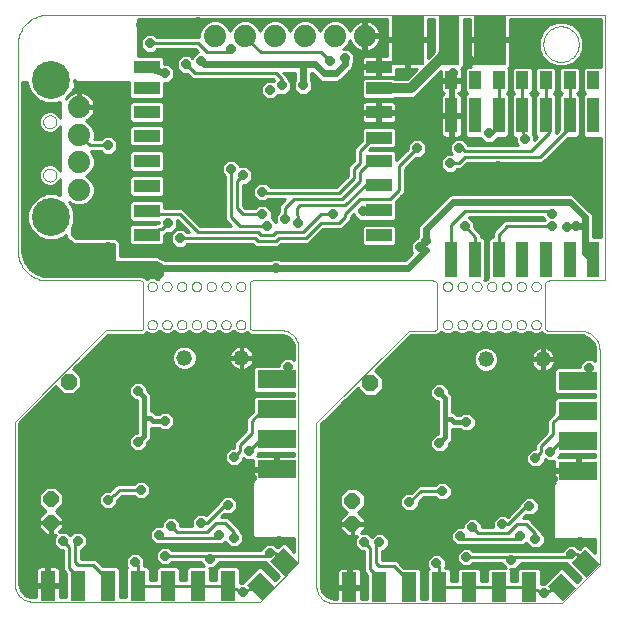
<source format=gbl>
G75*
%MOIN*%
%OFA0B0*%
%FSLAX24Y24*%
%IPPOS*%
%LPD*%
%AMOC8*
5,1,8,0,0,1.08239X$1,22.5*
%
%ADD10C,0.0000*%
%ADD11R,0.1300X0.0600*%
%ADD12C,0.0520*%
%ADD13OC8,0.0515*%
%ADD14R,0.0500X0.1000*%
%ADD15R,0.0630X0.0710*%
%ADD16R,0.0860X0.0420*%
%ADD17C,0.0740*%
%ADD18C,0.1266*%
%ADD19R,0.0394X0.1181*%
%ADD20R,0.0700X0.1650*%
%ADD21R,0.1050X0.1650*%
%ADD22R,0.0394X0.0591*%
%ADD23OC8,0.0310*%
%ADD24C,0.0100*%
%ADD25C,0.0160*%
%ADD26OC8,0.0531*%
%ADD27C,0.0240*%
%ADD28C,0.0320*%
%ADD29C,0.0120*%
D10*
X005948Y000850D02*
X005948Y006275D01*
X008998Y009325D01*
X010153Y009325D01*
X010168Y009326D01*
X010182Y009331D01*
X010196Y009338D01*
X010207Y009348D01*
X010217Y009359D01*
X010224Y009373D01*
X010229Y009387D01*
X010230Y009402D01*
X010229Y009402D02*
X010229Y010880D01*
X010228Y010897D01*
X010223Y010914D01*
X010216Y010929D01*
X010206Y010943D01*
X010194Y010955D01*
X010180Y010965D01*
X010165Y010972D01*
X010148Y010977D01*
X010131Y010978D01*
X007031Y010978D01*
X007031Y010979D02*
X006969Y010981D01*
X006908Y010987D01*
X006847Y010996D01*
X006786Y011010D01*
X006727Y011027D01*
X006669Y011048D01*
X006612Y011073D01*
X006557Y011101D01*
X006504Y011132D01*
X006453Y011167D01*
X006404Y011205D01*
X006357Y011246D01*
X006314Y011289D01*
X006273Y011336D01*
X006235Y011385D01*
X006200Y011436D01*
X006169Y011489D01*
X006141Y011544D01*
X006116Y011601D01*
X006095Y011659D01*
X006078Y011718D01*
X006064Y011779D01*
X006055Y011840D01*
X006049Y011901D01*
X006047Y011963D01*
X006046Y011963D02*
X006046Y018852D01*
X006047Y018852D02*
X006049Y018914D01*
X006055Y018975D01*
X006064Y019036D01*
X006078Y019097D01*
X006095Y019156D01*
X006116Y019214D01*
X006141Y019271D01*
X006169Y019326D01*
X006200Y019379D01*
X006235Y019430D01*
X006273Y019479D01*
X006314Y019526D01*
X006357Y019569D01*
X006404Y019610D01*
X006453Y019648D01*
X006504Y019683D01*
X006557Y019714D01*
X006612Y019742D01*
X006669Y019767D01*
X006727Y019788D01*
X006786Y019805D01*
X006847Y019819D01*
X006908Y019828D01*
X006969Y019834D01*
X007031Y019836D01*
X007031Y019837D02*
X025633Y019837D01*
X025633Y010978D01*
X023763Y010978D01*
X023763Y010979D02*
X023740Y010977D01*
X023717Y010972D01*
X023696Y010963D01*
X023676Y010951D01*
X023658Y010936D01*
X023643Y010918D01*
X023631Y010898D01*
X023622Y010877D01*
X023617Y010854D01*
X023615Y010831D01*
X023615Y009404D01*
X023616Y009404D02*
X023617Y009387D01*
X023622Y009370D01*
X023629Y009355D01*
X023639Y009341D01*
X023651Y009329D01*
X023665Y009319D01*
X023680Y009312D01*
X023697Y009307D01*
X023714Y009306D01*
X023714Y009305D02*
X024796Y009305D01*
X024844Y009303D01*
X024891Y009298D01*
X024938Y009289D01*
X024985Y009277D01*
X025030Y009261D01*
X025074Y009242D01*
X025116Y009219D01*
X025157Y009194D01*
X025195Y009165D01*
X025231Y009134D01*
X025265Y009100D01*
X025296Y009064D01*
X025325Y009026D01*
X025350Y008985D01*
X025373Y008943D01*
X025392Y008899D01*
X025408Y008854D01*
X025420Y008807D01*
X025429Y008760D01*
X025434Y008713D01*
X025436Y008665D01*
X025436Y001488D01*
X024173Y000225D01*
X016573Y000225D01*
X016528Y000227D01*
X016483Y000232D01*
X016439Y000241D01*
X016395Y000253D01*
X016353Y000269D01*
X016312Y000288D01*
X016273Y000310D01*
X016235Y000335D01*
X016200Y000363D01*
X016166Y000393D01*
X016136Y000427D01*
X016108Y000462D01*
X016083Y000500D01*
X016061Y000539D01*
X016042Y000580D01*
X016026Y000622D01*
X016014Y000666D01*
X016005Y000710D01*
X016000Y000755D01*
X015998Y000800D01*
X015998Y006225D01*
X019078Y009305D01*
X019924Y009305D01*
X019924Y009306D02*
X019941Y009307D01*
X019958Y009312D01*
X019973Y009319D01*
X019987Y009329D01*
X019999Y009341D01*
X020009Y009355D01*
X020016Y009370D01*
X020021Y009387D01*
X020022Y009404D01*
X020023Y009404D02*
X020023Y010831D01*
X020021Y010854D01*
X020016Y010877D01*
X020007Y010898D01*
X019995Y010918D01*
X019980Y010936D01*
X019962Y010951D01*
X019942Y010963D01*
X019921Y010972D01*
X019898Y010977D01*
X019875Y010979D01*
X019875Y010978D02*
X013871Y010978D01*
X013871Y010979D02*
X013854Y010977D01*
X013837Y010973D01*
X013821Y010966D01*
X013807Y010956D01*
X013794Y010943D01*
X013784Y010929D01*
X013777Y010913D01*
X013773Y010896D01*
X013771Y010879D01*
X013771Y009451D01*
X013773Y009431D01*
X013777Y009412D01*
X013785Y009394D01*
X013795Y009377D01*
X013808Y009362D01*
X013823Y009349D01*
X013840Y009339D01*
X013858Y009331D01*
X013877Y009327D01*
X013897Y009325D01*
X014798Y009325D01*
X014845Y009323D01*
X014892Y009318D01*
X014938Y009308D01*
X014983Y009296D01*
X015028Y009279D01*
X015070Y009260D01*
X015111Y009237D01*
X015151Y009210D01*
X015188Y009181D01*
X015222Y009149D01*
X015254Y009115D01*
X015283Y009078D01*
X015310Y009038D01*
X015333Y008997D01*
X015352Y008955D01*
X015369Y008910D01*
X015381Y008865D01*
X015391Y008819D01*
X015396Y008772D01*
X015398Y008725D01*
X015398Y001550D01*
X014123Y000275D01*
X006523Y000275D01*
X006478Y000277D01*
X006433Y000282D01*
X006389Y000291D01*
X006345Y000303D01*
X006303Y000319D01*
X006262Y000338D01*
X006223Y000360D01*
X006185Y000385D01*
X006150Y000413D01*
X006116Y000443D01*
X006086Y000477D01*
X006058Y000512D01*
X006033Y000550D01*
X006011Y000589D01*
X005992Y000630D01*
X005976Y000672D01*
X005964Y000716D01*
X005955Y000760D01*
X005950Y000805D01*
X005948Y000850D01*
X010368Y009502D02*
X010370Y009527D01*
X010376Y009551D01*
X010385Y009573D01*
X010398Y009594D01*
X010414Y009613D01*
X010433Y009629D01*
X010454Y009642D01*
X010476Y009651D01*
X010500Y009657D01*
X010525Y009659D01*
X010550Y009657D01*
X010574Y009651D01*
X010596Y009642D01*
X010617Y009629D01*
X010636Y009613D01*
X010652Y009594D01*
X010665Y009573D01*
X010674Y009551D01*
X010680Y009527D01*
X010682Y009502D01*
X010680Y009477D01*
X010674Y009453D01*
X010665Y009431D01*
X010652Y009410D01*
X010636Y009391D01*
X010617Y009375D01*
X010596Y009362D01*
X010574Y009353D01*
X010550Y009347D01*
X010525Y009345D01*
X010500Y009347D01*
X010476Y009353D01*
X010454Y009362D01*
X010433Y009375D01*
X010414Y009391D01*
X010398Y009410D01*
X010385Y009431D01*
X010376Y009453D01*
X010370Y009477D01*
X010368Y009502D01*
X010860Y009502D02*
X010862Y009527D01*
X010868Y009551D01*
X010877Y009573D01*
X010890Y009594D01*
X010906Y009613D01*
X010925Y009629D01*
X010946Y009642D01*
X010968Y009651D01*
X010992Y009657D01*
X011017Y009659D01*
X011042Y009657D01*
X011066Y009651D01*
X011088Y009642D01*
X011109Y009629D01*
X011128Y009613D01*
X011144Y009594D01*
X011157Y009573D01*
X011166Y009551D01*
X011172Y009527D01*
X011174Y009502D01*
X011172Y009477D01*
X011166Y009453D01*
X011157Y009431D01*
X011144Y009410D01*
X011128Y009391D01*
X011109Y009375D01*
X011088Y009362D01*
X011066Y009353D01*
X011042Y009347D01*
X011017Y009345D01*
X010992Y009347D01*
X010968Y009353D01*
X010946Y009362D01*
X010925Y009375D01*
X010906Y009391D01*
X010890Y009410D01*
X010877Y009431D01*
X010868Y009453D01*
X010862Y009477D01*
X010860Y009502D01*
X011352Y009502D02*
X011354Y009527D01*
X011360Y009551D01*
X011369Y009573D01*
X011382Y009594D01*
X011398Y009613D01*
X011417Y009629D01*
X011438Y009642D01*
X011460Y009651D01*
X011484Y009657D01*
X011509Y009659D01*
X011534Y009657D01*
X011558Y009651D01*
X011580Y009642D01*
X011601Y009629D01*
X011620Y009613D01*
X011636Y009594D01*
X011649Y009573D01*
X011658Y009551D01*
X011664Y009527D01*
X011666Y009502D01*
X011664Y009477D01*
X011658Y009453D01*
X011649Y009431D01*
X011636Y009410D01*
X011620Y009391D01*
X011601Y009375D01*
X011580Y009362D01*
X011558Y009353D01*
X011534Y009347D01*
X011509Y009345D01*
X011484Y009347D01*
X011460Y009353D01*
X011438Y009362D01*
X011417Y009375D01*
X011398Y009391D01*
X011382Y009410D01*
X011369Y009431D01*
X011360Y009453D01*
X011354Y009477D01*
X011352Y009502D01*
X011844Y009502D02*
X011846Y009527D01*
X011852Y009551D01*
X011861Y009573D01*
X011874Y009594D01*
X011890Y009613D01*
X011909Y009629D01*
X011930Y009642D01*
X011952Y009651D01*
X011976Y009657D01*
X012001Y009659D01*
X012026Y009657D01*
X012050Y009651D01*
X012072Y009642D01*
X012093Y009629D01*
X012112Y009613D01*
X012128Y009594D01*
X012141Y009573D01*
X012150Y009551D01*
X012156Y009527D01*
X012158Y009502D01*
X012156Y009477D01*
X012150Y009453D01*
X012141Y009431D01*
X012128Y009410D01*
X012112Y009391D01*
X012093Y009375D01*
X012072Y009362D01*
X012050Y009353D01*
X012026Y009347D01*
X012001Y009345D01*
X011976Y009347D01*
X011952Y009353D01*
X011930Y009362D01*
X011909Y009375D01*
X011890Y009391D01*
X011874Y009410D01*
X011861Y009431D01*
X011852Y009453D01*
X011846Y009477D01*
X011844Y009502D01*
X012336Y009502D02*
X012338Y009527D01*
X012344Y009551D01*
X012353Y009573D01*
X012366Y009594D01*
X012382Y009613D01*
X012401Y009629D01*
X012422Y009642D01*
X012444Y009651D01*
X012468Y009657D01*
X012493Y009659D01*
X012518Y009657D01*
X012542Y009651D01*
X012564Y009642D01*
X012585Y009629D01*
X012604Y009613D01*
X012620Y009594D01*
X012633Y009573D01*
X012642Y009551D01*
X012648Y009527D01*
X012650Y009502D01*
X012648Y009477D01*
X012642Y009453D01*
X012633Y009431D01*
X012620Y009410D01*
X012604Y009391D01*
X012585Y009375D01*
X012564Y009362D01*
X012542Y009353D01*
X012518Y009347D01*
X012493Y009345D01*
X012468Y009347D01*
X012444Y009353D01*
X012422Y009362D01*
X012401Y009375D01*
X012382Y009391D01*
X012366Y009410D01*
X012353Y009431D01*
X012344Y009453D01*
X012338Y009477D01*
X012336Y009502D01*
X012828Y009502D02*
X012830Y009527D01*
X012836Y009551D01*
X012845Y009573D01*
X012858Y009594D01*
X012874Y009613D01*
X012893Y009629D01*
X012914Y009642D01*
X012936Y009651D01*
X012960Y009657D01*
X012985Y009659D01*
X013010Y009657D01*
X013034Y009651D01*
X013056Y009642D01*
X013077Y009629D01*
X013096Y009613D01*
X013112Y009594D01*
X013125Y009573D01*
X013134Y009551D01*
X013140Y009527D01*
X013142Y009502D01*
X013140Y009477D01*
X013134Y009453D01*
X013125Y009431D01*
X013112Y009410D01*
X013096Y009391D01*
X013077Y009375D01*
X013056Y009362D01*
X013034Y009353D01*
X013010Y009347D01*
X012985Y009345D01*
X012960Y009347D01*
X012936Y009353D01*
X012914Y009362D01*
X012893Y009375D01*
X012874Y009391D01*
X012858Y009410D01*
X012845Y009431D01*
X012836Y009453D01*
X012830Y009477D01*
X012828Y009502D01*
X013320Y009502D02*
X013322Y009527D01*
X013328Y009551D01*
X013337Y009573D01*
X013350Y009594D01*
X013366Y009613D01*
X013385Y009629D01*
X013406Y009642D01*
X013428Y009651D01*
X013452Y009657D01*
X013477Y009659D01*
X013502Y009657D01*
X013526Y009651D01*
X013548Y009642D01*
X013569Y009629D01*
X013588Y009613D01*
X013604Y009594D01*
X013617Y009573D01*
X013626Y009551D01*
X013632Y009527D01*
X013634Y009502D01*
X013632Y009477D01*
X013626Y009453D01*
X013617Y009431D01*
X013604Y009410D01*
X013588Y009391D01*
X013569Y009375D01*
X013548Y009362D01*
X013526Y009353D01*
X013502Y009347D01*
X013477Y009345D01*
X013452Y009347D01*
X013428Y009353D01*
X013406Y009362D01*
X013385Y009375D01*
X013366Y009391D01*
X013350Y009410D01*
X013337Y009431D01*
X013328Y009453D01*
X013322Y009477D01*
X013320Y009502D01*
X013320Y010781D02*
X013322Y010806D01*
X013328Y010830D01*
X013337Y010852D01*
X013350Y010873D01*
X013366Y010892D01*
X013385Y010908D01*
X013406Y010921D01*
X013428Y010930D01*
X013452Y010936D01*
X013477Y010938D01*
X013502Y010936D01*
X013526Y010930D01*
X013548Y010921D01*
X013569Y010908D01*
X013588Y010892D01*
X013604Y010873D01*
X013617Y010852D01*
X013626Y010830D01*
X013632Y010806D01*
X013634Y010781D01*
X013632Y010756D01*
X013626Y010732D01*
X013617Y010710D01*
X013604Y010689D01*
X013588Y010670D01*
X013569Y010654D01*
X013548Y010641D01*
X013526Y010632D01*
X013502Y010626D01*
X013477Y010624D01*
X013452Y010626D01*
X013428Y010632D01*
X013406Y010641D01*
X013385Y010654D01*
X013366Y010670D01*
X013350Y010689D01*
X013337Y010710D01*
X013328Y010732D01*
X013322Y010756D01*
X013320Y010781D01*
X012828Y010781D02*
X012830Y010806D01*
X012836Y010830D01*
X012845Y010852D01*
X012858Y010873D01*
X012874Y010892D01*
X012893Y010908D01*
X012914Y010921D01*
X012936Y010930D01*
X012960Y010936D01*
X012985Y010938D01*
X013010Y010936D01*
X013034Y010930D01*
X013056Y010921D01*
X013077Y010908D01*
X013096Y010892D01*
X013112Y010873D01*
X013125Y010852D01*
X013134Y010830D01*
X013140Y010806D01*
X013142Y010781D01*
X013140Y010756D01*
X013134Y010732D01*
X013125Y010710D01*
X013112Y010689D01*
X013096Y010670D01*
X013077Y010654D01*
X013056Y010641D01*
X013034Y010632D01*
X013010Y010626D01*
X012985Y010624D01*
X012960Y010626D01*
X012936Y010632D01*
X012914Y010641D01*
X012893Y010654D01*
X012874Y010670D01*
X012858Y010689D01*
X012845Y010710D01*
X012836Y010732D01*
X012830Y010756D01*
X012828Y010781D01*
X012336Y010781D02*
X012338Y010806D01*
X012344Y010830D01*
X012353Y010852D01*
X012366Y010873D01*
X012382Y010892D01*
X012401Y010908D01*
X012422Y010921D01*
X012444Y010930D01*
X012468Y010936D01*
X012493Y010938D01*
X012518Y010936D01*
X012542Y010930D01*
X012564Y010921D01*
X012585Y010908D01*
X012604Y010892D01*
X012620Y010873D01*
X012633Y010852D01*
X012642Y010830D01*
X012648Y010806D01*
X012650Y010781D01*
X012648Y010756D01*
X012642Y010732D01*
X012633Y010710D01*
X012620Y010689D01*
X012604Y010670D01*
X012585Y010654D01*
X012564Y010641D01*
X012542Y010632D01*
X012518Y010626D01*
X012493Y010624D01*
X012468Y010626D01*
X012444Y010632D01*
X012422Y010641D01*
X012401Y010654D01*
X012382Y010670D01*
X012366Y010689D01*
X012353Y010710D01*
X012344Y010732D01*
X012338Y010756D01*
X012336Y010781D01*
X011844Y010781D02*
X011846Y010806D01*
X011852Y010830D01*
X011861Y010852D01*
X011874Y010873D01*
X011890Y010892D01*
X011909Y010908D01*
X011930Y010921D01*
X011952Y010930D01*
X011976Y010936D01*
X012001Y010938D01*
X012026Y010936D01*
X012050Y010930D01*
X012072Y010921D01*
X012093Y010908D01*
X012112Y010892D01*
X012128Y010873D01*
X012141Y010852D01*
X012150Y010830D01*
X012156Y010806D01*
X012158Y010781D01*
X012156Y010756D01*
X012150Y010732D01*
X012141Y010710D01*
X012128Y010689D01*
X012112Y010670D01*
X012093Y010654D01*
X012072Y010641D01*
X012050Y010632D01*
X012026Y010626D01*
X012001Y010624D01*
X011976Y010626D01*
X011952Y010632D01*
X011930Y010641D01*
X011909Y010654D01*
X011890Y010670D01*
X011874Y010689D01*
X011861Y010710D01*
X011852Y010732D01*
X011846Y010756D01*
X011844Y010781D01*
X011352Y010781D02*
X011354Y010806D01*
X011360Y010830D01*
X011369Y010852D01*
X011382Y010873D01*
X011398Y010892D01*
X011417Y010908D01*
X011438Y010921D01*
X011460Y010930D01*
X011484Y010936D01*
X011509Y010938D01*
X011534Y010936D01*
X011558Y010930D01*
X011580Y010921D01*
X011601Y010908D01*
X011620Y010892D01*
X011636Y010873D01*
X011649Y010852D01*
X011658Y010830D01*
X011664Y010806D01*
X011666Y010781D01*
X011664Y010756D01*
X011658Y010732D01*
X011649Y010710D01*
X011636Y010689D01*
X011620Y010670D01*
X011601Y010654D01*
X011580Y010641D01*
X011558Y010632D01*
X011534Y010626D01*
X011509Y010624D01*
X011484Y010626D01*
X011460Y010632D01*
X011438Y010641D01*
X011417Y010654D01*
X011398Y010670D01*
X011382Y010689D01*
X011369Y010710D01*
X011360Y010732D01*
X011354Y010756D01*
X011352Y010781D01*
X010860Y010781D02*
X010862Y010806D01*
X010868Y010830D01*
X010877Y010852D01*
X010890Y010873D01*
X010906Y010892D01*
X010925Y010908D01*
X010946Y010921D01*
X010968Y010930D01*
X010992Y010936D01*
X011017Y010938D01*
X011042Y010936D01*
X011066Y010930D01*
X011088Y010921D01*
X011109Y010908D01*
X011128Y010892D01*
X011144Y010873D01*
X011157Y010852D01*
X011166Y010830D01*
X011172Y010806D01*
X011174Y010781D01*
X011172Y010756D01*
X011166Y010732D01*
X011157Y010710D01*
X011144Y010689D01*
X011128Y010670D01*
X011109Y010654D01*
X011088Y010641D01*
X011066Y010632D01*
X011042Y010626D01*
X011017Y010624D01*
X010992Y010626D01*
X010968Y010632D01*
X010946Y010641D01*
X010925Y010654D01*
X010906Y010670D01*
X010890Y010689D01*
X010877Y010710D01*
X010868Y010732D01*
X010862Y010756D01*
X010860Y010781D01*
X010368Y010781D02*
X010370Y010806D01*
X010376Y010830D01*
X010385Y010852D01*
X010398Y010873D01*
X010414Y010892D01*
X010433Y010908D01*
X010454Y010921D01*
X010476Y010930D01*
X010500Y010936D01*
X010525Y010938D01*
X010550Y010936D01*
X010574Y010930D01*
X010596Y010921D01*
X010617Y010908D01*
X010636Y010892D01*
X010652Y010873D01*
X010665Y010852D01*
X010674Y010830D01*
X010680Y010806D01*
X010682Y010781D01*
X010680Y010756D01*
X010674Y010732D01*
X010665Y010710D01*
X010652Y010689D01*
X010636Y010670D01*
X010617Y010654D01*
X010596Y010641D01*
X010574Y010632D01*
X010550Y010626D01*
X010525Y010624D01*
X010500Y010626D01*
X010476Y010632D01*
X010454Y010641D01*
X010433Y010654D01*
X010414Y010670D01*
X010398Y010689D01*
X010385Y010710D01*
X010376Y010732D01*
X010370Y010756D01*
X010368Y010781D01*
X006892Y014494D02*
X006894Y014523D01*
X006900Y014551D01*
X006909Y014579D01*
X006922Y014605D01*
X006939Y014628D01*
X006958Y014650D01*
X006980Y014669D01*
X007005Y014684D01*
X007031Y014697D01*
X007059Y014705D01*
X007087Y014710D01*
X007116Y014711D01*
X007145Y014708D01*
X007173Y014701D01*
X007200Y014691D01*
X007226Y014677D01*
X007249Y014660D01*
X007270Y014640D01*
X007288Y014617D01*
X007303Y014592D01*
X007314Y014565D01*
X007322Y014537D01*
X007326Y014508D01*
X007326Y014480D01*
X007322Y014451D01*
X007314Y014423D01*
X007303Y014396D01*
X007288Y014371D01*
X007270Y014348D01*
X007249Y014328D01*
X007226Y014311D01*
X007200Y014297D01*
X007173Y014287D01*
X007145Y014280D01*
X007116Y014277D01*
X007087Y014278D01*
X007059Y014283D01*
X007031Y014291D01*
X007005Y014304D01*
X006980Y014319D01*
X006958Y014338D01*
X006939Y014360D01*
X006922Y014383D01*
X006909Y014409D01*
X006900Y014437D01*
X006894Y014465D01*
X006892Y014494D01*
X006892Y016266D02*
X006894Y016295D01*
X006900Y016323D01*
X006909Y016351D01*
X006922Y016377D01*
X006939Y016400D01*
X006958Y016422D01*
X006980Y016441D01*
X007005Y016456D01*
X007031Y016469D01*
X007059Y016477D01*
X007087Y016482D01*
X007116Y016483D01*
X007145Y016480D01*
X007173Y016473D01*
X007200Y016463D01*
X007226Y016449D01*
X007249Y016432D01*
X007270Y016412D01*
X007288Y016389D01*
X007303Y016364D01*
X007314Y016337D01*
X007322Y016309D01*
X007326Y016280D01*
X007326Y016252D01*
X007322Y016223D01*
X007314Y016195D01*
X007303Y016168D01*
X007288Y016143D01*
X007270Y016120D01*
X007249Y016100D01*
X007226Y016083D01*
X007200Y016069D01*
X007173Y016059D01*
X007145Y016052D01*
X007116Y016049D01*
X007087Y016050D01*
X007059Y016055D01*
X007031Y016063D01*
X007005Y016076D01*
X006980Y016091D01*
X006958Y016110D01*
X006939Y016132D01*
X006922Y016155D01*
X006909Y016181D01*
X006900Y016209D01*
X006894Y016237D01*
X006892Y016266D01*
X020210Y010781D02*
X020212Y010806D01*
X020218Y010830D01*
X020227Y010852D01*
X020240Y010873D01*
X020256Y010892D01*
X020275Y010908D01*
X020296Y010921D01*
X020318Y010930D01*
X020342Y010936D01*
X020367Y010938D01*
X020392Y010936D01*
X020416Y010930D01*
X020438Y010921D01*
X020459Y010908D01*
X020478Y010892D01*
X020494Y010873D01*
X020507Y010852D01*
X020516Y010830D01*
X020522Y010806D01*
X020524Y010781D01*
X020522Y010756D01*
X020516Y010732D01*
X020507Y010710D01*
X020494Y010689D01*
X020478Y010670D01*
X020459Y010654D01*
X020438Y010641D01*
X020416Y010632D01*
X020392Y010626D01*
X020367Y010624D01*
X020342Y010626D01*
X020318Y010632D01*
X020296Y010641D01*
X020275Y010654D01*
X020256Y010670D01*
X020240Y010689D01*
X020227Y010710D01*
X020218Y010732D01*
X020212Y010756D01*
X020210Y010781D01*
X020702Y010781D02*
X020704Y010806D01*
X020710Y010830D01*
X020719Y010852D01*
X020732Y010873D01*
X020748Y010892D01*
X020767Y010908D01*
X020788Y010921D01*
X020810Y010930D01*
X020834Y010936D01*
X020859Y010938D01*
X020884Y010936D01*
X020908Y010930D01*
X020930Y010921D01*
X020951Y010908D01*
X020970Y010892D01*
X020986Y010873D01*
X020999Y010852D01*
X021008Y010830D01*
X021014Y010806D01*
X021016Y010781D01*
X021014Y010756D01*
X021008Y010732D01*
X020999Y010710D01*
X020986Y010689D01*
X020970Y010670D01*
X020951Y010654D01*
X020930Y010641D01*
X020908Y010632D01*
X020884Y010626D01*
X020859Y010624D01*
X020834Y010626D01*
X020810Y010632D01*
X020788Y010641D01*
X020767Y010654D01*
X020748Y010670D01*
X020732Y010689D01*
X020719Y010710D01*
X020710Y010732D01*
X020704Y010756D01*
X020702Y010781D01*
X021194Y010781D02*
X021196Y010806D01*
X021202Y010830D01*
X021211Y010852D01*
X021224Y010873D01*
X021240Y010892D01*
X021259Y010908D01*
X021280Y010921D01*
X021302Y010930D01*
X021326Y010936D01*
X021351Y010938D01*
X021376Y010936D01*
X021400Y010930D01*
X021422Y010921D01*
X021443Y010908D01*
X021462Y010892D01*
X021478Y010873D01*
X021491Y010852D01*
X021500Y010830D01*
X021506Y010806D01*
X021508Y010781D01*
X021506Y010756D01*
X021500Y010732D01*
X021491Y010710D01*
X021478Y010689D01*
X021462Y010670D01*
X021443Y010654D01*
X021422Y010641D01*
X021400Y010632D01*
X021376Y010626D01*
X021351Y010624D01*
X021326Y010626D01*
X021302Y010632D01*
X021280Y010641D01*
X021259Y010654D01*
X021240Y010670D01*
X021224Y010689D01*
X021211Y010710D01*
X021202Y010732D01*
X021196Y010756D01*
X021194Y010781D01*
X021687Y010781D02*
X021689Y010806D01*
X021695Y010830D01*
X021704Y010852D01*
X021717Y010873D01*
X021733Y010892D01*
X021752Y010908D01*
X021773Y010921D01*
X021795Y010930D01*
X021819Y010936D01*
X021844Y010938D01*
X021869Y010936D01*
X021893Y010930D01*
X021915Y010921D01*
X021936Y010908D01*
X021955Y010892D01*
X021971Y010873D01*
X021984Y010852D01*
X021993Y010830D01*
X021999Y010806D01*
X022001Y010781D01*
X021999Y010756D01*
X021993Y010732D01*
X021984Y010710D01*
X021971Y010689D01*
X021955Y010670D01*
X021936Y010654D01*
X021915Y010641D01*
X021893Y010632D01*
X021869Y010626D01*
X021844Y010624D01*
X021819Y010626D01*
X021795Y010632D01*
X021773Y010641D01*
X021752Y010654D01*
X021733Y010670D01*
X021717Y010689D01*
X021704Y010710D01*
X021695Y010732D01*
X021689Y010756D01*
X021687Y010781D01*
X022179Y010781D02*
X022181Y010806D01*
X022187Y010830D01*
X022196Y010852D01*
X022209Y010873D01*
X022225Y010892D01*
X022244Y010908D01*
X022265Y010921D01*
X022287Y010930D01*
X022311Y010936D01*
X022336Y010938D01*
X022361Y010936D01*
X022385Y010930D01*
X022407Y010921D01*
X022428Y010908D01*
X022447Y010892D01*
X022463Y010873D01*
X022476Y010852D01*
X022485Y010830D01*
X022491Y010806D01*
X022493Y010781D01*
X022491Y010756D01*
X022485Y010732D01*
X022476Y010710D01*
X022463Y010689D01*
X022447Y010670D01*
X022428Y010654D01*
X022407Y010641D01*
X022385Y010632D01*
X022361Y010626D01*
X022336Y010624D01*
X022311Y010626D01*
X022287Y010632D01*
X022265Y010641D01*
X022244Y010654D01*
X022225Y010670D01*
X022209Y010689D01*
X022196Y010710D01*
X022187Y010732D01*
X022181Y010756D01*
X022179Y010781D01*
X022671Y010781D02*
X022673Y010806D01*
X022679Y010830D01*
X022688Y010852D01*
X022701Y010873D01*
X022717Y010892D01*
X022736Y010908D01*
X022757Y010921D01*
X022779Y010930D01*
X022803Y010936D01*
X022828Y010938D01*
X022853Y010936D01*
X022877Y010930D01*
X022899Y010921D01*
X022920Y010908D01*
X022939Y010892D01*
X022955Y010873D01*
X022968Y010852D01*
X022977Y010830D01*
X022983Y010806D01*
X022985Y010781D01*
X022983Y010756D01*
X022977Y010732D01*
X022968Y010710D01*
X022955Y010689D01*
X022939Y010670D01*
X022920Y010654D01*
X022899Y010641D01*
X022877Y010632D01*
X022853Y010626D01*
X022828Y010624D01*
X022803Y010626D01*
X022779Y010632D01*
X022757Y010641D01*
X022736Y010654D01*
X022717Y010670D01*
X022701Y010689D01*
X022688Y010710D01*
X022679Y010732D01*
X022673Y010756D01*
X022671Y010781D01*
X023163Y010781D02*
X023165Y010806D01*
X023171Y010830D01*
X023180Y010852D01*
X023193Y010873D01*
X023209Y010892D01*
X023228Y010908D01*
X023249Y010921D01*
X023271Y010930D01*
X023295Y010936D01*
X023320Y010938D01*
X023345Y010936D01*
X023369Y010930D01*
X023391Y010921D01*
X023412Y010908D01*
X023431Y010892D01*
X023447Y010873D01*
X023460Y010852D01*
X023469Y010830D01*
X023475Y010806D01*
X023477Y010781D01*
X023475Y010756D01*
X023469Y010732D01*
X023460Y010710D01*
X023447Y010689D01*
X023431Y010670D01*
X023412Y010654D01*
X023391Y010641D01*
X023369Y010632D01*
X023345Y010626D01*
X023320Y010624D01*
X023295Y010626D01*
X023271Y010632D01*
X023249Y010641D01*
X023228Y010654D01*
X023209Y010670D01*
X023193Y010689D01*
X023180Y010710D01*
X023171Y010732D01*
X023165Y010756D01*
X023163Y010781D01*
X023163Y009502D02*
X023165Y009527D01*
X023171Y009551D01*
X023180Y009573D01*
X023193Y009594D01*
X023209Y009613D01*
X023228Y009629D01*
X023249Y009642D01*
X023271Y009651D01*
X023295Y009657D01*
X023320Y009659D01*
X023345Y009657D01*
X023369Y009651D01*
X023391Y009642D01*
X023412Y009629D01*
X023431Y009613D01*
X023447Y009594D01*
X023460Y009573D01*
X023469Y009551D01*
X023475Y009527D01*
X023477Y009502D01*
X023475Y009477D01*
X023469Y009453D01*
X023460Y009431D01*
X023447Y009410D01*
X023431Y009391D01*
X023412Y009375D01*
X023391Y009362D01*
X023369Y009353D01*
X023345Y009347D01*
X023320Y009345D01*
X023295Y009347D01*
X023271Y009353D01*
X023249Y009362D01*
X023228Y009375D01*
X023209Y009391D01*
X023193Y009410D01*
X023180Y009431D01*
X023171Y009453D01*
X023165Y009477D01*
X023163Y009502D01*
X022671Y009502D02*
X022673Y009527D01*
X022679Y009551D01*
X022688Y009573D01*
X022701Y009594D01*
X022717Y009613D01*
X022736Y009629D01*
X022757Y009642D01*
X022779Y009651D01*
X022803Y009657D01*
X022828Y009659D01*
X022853Y009657D01*
X022877Y009651D01*
X022899Y009642D01*
X022920Y009629D01*
X022939Y009613D01*
X022955Y009594D01*
X022968Y009573D01*
X022977Y009551D01*
X022983Y009527D01*
X022985Y009502D01*
X022983Y009477D01*
X022977Y009453D01*
X022968Y009431D01*
X022955Y009410D01*
X022939Y009391D01*
X022920Y009375D01*
X022899Y009362D01*
X022877Y009353D01*
X022853Y009347D01*
X022828Y009345D01*
X022803Y009347D01*
X022779Y009353D01*
X022757Y009362D01*
X022736Y009375D01*
X022717Y009391D01*
X022701Y009410D01*
X022688Y009431D01*
X022679Y009453D01*
X022673Y009477D01*
X022671Y009502D01*
X022179Y009502D02*
X022181Y009527D01*
X022187Y009551D01*
X022196Y009573D01*
X022209Y009594D01*
X022225Y009613D01*
X022244Y009629D01*
X022265Y009642D01*
X022287Y009651D01*
X022311Y009657D01*
X022336Y009659D01*
X022361Y009657D01*
X022385Y009651D01*
X022407Y009642D01*
X022428Y009629D01*
X022447Y009613D01*
X022463Y009594D01*
X022476Y009573D01*
X022485Y009551D01*
X022491Y009527D01*
X022493Y009502D01*
X022491Y009477D01*
X022485Y009453D01*
X022476Y009431D01*
X022463Y009410D01*
X022447Y009391D01*
X022428Y009375D01*
X022407Y009362D01*
X022385Y009353D01*
X022361Y009347D01*
X022336Y009345D01*
X022311Y009347D01*
X022287Y009353D01*
X022265Y009362D01*
X022244Y009375D01*
X022225Y009391D01*
X022209Y009410D01*
X022196Y009431D01*
X022187Y009453D01*
X022181Y009477D01*
X022179Y009502D01*
X021687Y009502D02*
X021689Y009527D01*
X021695Y009551D01*
X021704Y009573D01*
X021717Y009594D01*
X021733Y009613D01*
X021752Y009629D01*
X021773Y009642D01*
X021795Y009651D01*
X021819Y009657D01*
X021844Y009659D01*
X021869Y009657D01*
X021893Y009651D01*
X021915Y009642D01*
X021936Y009629D01*
X021955Y009613D01*
X021971Y009594D01*
X021984Y009573D01*
X021993Y009551D01*
X021999Y009527D01*
X022001Y009502D01*
X021999Y009477D01*
X021993Y009453D01*
X021984Y009431D01*
X021971Y009410D01*
X021955Y009391D01*
X021936Y009375D01*
X021915Y009362D01*
X021893Y009353D01*
X021869Y009347D01*
X021844Y009345D01*
X021819Y009347D01*
X021795Y009353D01*
X021773Y009362D01*
X021752Y009375D01*
X021733Y009391D01*
X021717Y009410D01*
X021704Y009431D01*
X021695Y009453D01*
X021689Y009477D01*
X021687Y009502D01*
X021194Y009502D02*
X021196Y009527D01*
X021202Y009551D01*
X021211Y009573D01*
X021224Y009594D01*
X021240Y009613D01*
X021259Y009629D01*
X021280Y009642D01*
X021302Y009651D01*
X021326Y009657D01*
X021351Y009659D01*
X021376Y009657D01*
X021400Y009651D01*
X021422Y009642D01*
X021443Y009629D01*
X021462Y009613D01*
X021478Y009594D01*
X021491Y009573D01*
X021500Y009551D01*
X021506Y009527D01*
X021508Y009502D01*
X021506Y009477D01*
X021500Y009453D01*
X021491Y009431D01*
X021478Y009410D01*
X021462Y009391D01*
X021443Y009375D01*
X021422Y009362D01*
X021400Y009353D01*
X021376Y009347D01*
X021351Y009345D01*
X021326Y009347D01*
X021302Y009353D01*
X021280Y009362D01*
X021259Y009375D01*
X021240Y009391D01*
X021224Y009410D01*
X021211Y009431D01*
X021202Y009453D01*
X021196Y009477D01*
X021194Y009502D01*
X020702Y009502D02*
X020704Y009527D01*
X020710Y009551D01*
X020719Y009573D01*
X020732Y009594D01*
X020748Y009613D01*
X020767Y009629D01*
X020788Y009642D01*
X020810Y009651D01*
X020834Y009657D01*
X020859Y009659D01*
X020884Y009657D01*
X020908Y009651D01*
X020930Y009642D01*
X020951Y009629D01*
X020970Y009613D01*
X020986Y009594D01*
X020999Y009573D01*
X021008Y009551D01*
X021014Y009527D01*
X021016Y009502D01*
X021014Y009477D01*
X021008Y009453D01*
X020999Y009431D01*
X020986Y009410D01*
X020970Y009391D01*
X020951Y009375D01*
X020930Y009362D01*
X020908Y009353D01*
X020884Y009347D01*
X020859Y009345D01*
X020834Y009347D01*
X020810Y009353D01*
X020788Y009362D01*
X020767Y009375D01*
X020748Y009391D01*
X020732Y009410D01*
X020719Y009431D01*
X020710Y009453D01*
X020704Y009477D01*
X020702Y009502D01*
X020210Y009502D02*
X020212Y009527D01*
X020218Y009551D01*
X020227Y009573D01*
X020240Y009594D01*
X020256Y009613D01*
X020275Y009629D01*
X020296Y009642D01*
X020318Y009651D01*
X020342Y009657D01*
X020367Y009659D01*
X020392Y009657D01*
X020416Y009651D01*
X020438Y009642D01*
X020459Y009629D01*
X020478Y009613D01*
X020494Y009594D01*
X020507Y009573D01*
X020516Y009551D01*
X020522Y009527D01*
X020524Y009502D01*
X020522Y009477D01*
X020516Y009453D01*
X020507Y009431D01*
X020494Y009410D01*
X020478Y009391D01*
X020459Y009375D01*
X020438Y009362D01*
X020416Y009353D01*
X020392Y009347D01*
X020367Y009345D01*
X020342Y009347D01*
X020318Y009353D01*
X020296Y009362D01*
X020275Y009375D01*
X020256Y009391D01*
X020240Y009410D01*
X020227Y009431D01*
X020218Y009453D01*
X020212Y009477D01*
X020210Y009502D01*
X023562Y018857D02*
X023564Y018905D01*
X023570Y018953D01*
X023580Y019000D01*
X023593Y019046D01*
X023611Y019091D01*
X023631Y019135D01*
X023656Y019177D01*
X023684Y019216D01*
X023714Y019253D01*
X023748Y019287D01*
X023785Y019319D01*
X023823Y019348D01*
X023864Y019373D01*
X023907Y019395D01*
X023952Y019413D01*
X023998Y019427D01*
X024045Y019438D01*
X024093Y019445D01*
X024141Y019448D01*
X024189Y019447D01*
X024237Y019442D01*
X024285Y019433D01*
X024331Y019421D01*
X024376Y019404D01*
X024420Y019384D01*
X024462Y019361D01*
X024502Y019334D01*
X024540Y019304D01*
X024575Y019271D01*
X024607Y019235D01*
X024637Y019197D01*
X024663Y019156D01*
X024685Y019113D01*
X024705Y019069D01*
X024720Y019024D01*
X024732Y018977D01*
X024740Y018929D01*
X024744Y018881D01*
X024744Y018833D01*
X024740Y018785D01*
X024732Y018737D01*
X024720Y018690D01*
X024705Y018645D01*
X024685Y018601D01*
X024663Y018558D01*
X024637Y018517D01*
X024607Y018479D01*
X024575Y018443D01*
X024540Y018410D01*
X024502Y018380D01*
X024462Y018353D01*
X024420Y018330D01*
X024376Y018310D01*
X024331Y018293D01*
X024285Y018281D01*
X024237Y018272D01*
X024189Y018267D01*
X024141Y018266D01*
X024093Y018269D01*
X024045Y018276D01*
X023998Y018287D01*
X023952Y018301D01*
X023907Y018319D01*
X023864Y018341D01*
X023823Y018366D01*
X023785Y018395D01*
X023748Y018427D01*
X023714Y018461D01*
X023684Y018498D01*
X023656Y018537D01*
X023631Y018579D01*
X023611Y018623D01*
X023593Y018668D01*
X023580Y018714D01*
X023570Y018761D01*
X023564Y018809D01*
X023562Y018857D01*
D11*
X024722Y007633D03*
X024722Y006633D03*
X024722Y005633D03*
X024722Y004633D03*
X014672Y004683D03*
X014672Y005683D03*
X014672Y006683D03*
X014672Y007683D03*
D12*
X013499Y008398D03*
X011599Y008398D03*
X021649Y008348D03*
X023549Y008348D03*
D13*
X017198Y003644D03*
X017198Y002856D03*
X007148Y002906D03*
X007148Y003694D03*
D14*
X007048Y000800D03*
X008048Y000800D03*
X009048Y000800D03*
X010048Y000800D03*
X011048Y000800D03*
X012048Y000800D03*
X013048Y000800D03*
X017098Y000750D03*
X018098Y000750D03*
X019098Y000750D03*
X020098Y000750D03*
X021098Y000750D03*
X022098Y000750D03*
X023098Y000750D03*
D15*
G36*
X023721Y000782D02*
X024166Y001227D01*
X024667Y000726D01*
X024222Y000281D01*
X023721Y000782D01*
G37*
G36*
X024513Y001574D02*
X024958Y002019D01*
X025459Y001518D01*
X025014Y001073D01*
X024513Y001574D01*
G37*
G36*
X014463Y001624D02*
X014908Y002069D01*
X015409Y001568D01*
X014964Y001123D01*
X014463Y001624D01*
G37*
G36*
X013671Y000832D02*
X014116Y001277D01*
X014617Y000776D01*
X014172Y000331D01*
X013671Y000832D01*
G37*
D16*
X010348Y012506D03*
X010348Y013293D03*
X010348Y014131D03*
X010348Y014955D03*
X010348Y015805D03*
X010348Y016593D03*
X010348Y017380D03*
X010348Y018105D03*
X018085Y018105D03*
X018085Y017380D03*
X018085Y016593D03*
X018085Y015743D03*
X018085Y014955D03*
X018085Y014168D03*
X018085Y013318D03*
X018085Y012480D03*
D17*
X017616Y019130D03*
X016616Y019130D03*
X015616Y019130D03*
X014616Y019130D03*
X013616Y019130D03*
X012616Y019130D03*
X008093Y016758D03*
X008093Y015824D03*
X008093Y014936D03*
X008093Y014002D03*
D18*
X007148Y013096D03*
X007148Y017663D03*
D19*
X020499Y016483D03*
X021286Y016483D03*
X022074Y016483D03*
X022861Y016483D03*
X023649Y016483D03*
X024436Y016483D03*
X025223Y016483D03*
X025223Y011680D03*
X024436Y011680D03*
X023649Y011680D03*
X022861Y011680D03*
X022074Y011680D03*
X021286Y011680D03*
X020499Y011680D03*
D20*
X020416Y019005D03*
D21*
X019041Y019005D03*
X021792Y019005D03*
D22*
X022074Y017659D03*
X022861Y017659D03*
X023649Y017659D03*
X024436Y017659D03*
X025223Y017659D03*
X021286Y017659D03*
X020499Y017659D03*
X020499Y011380D03*
X021286Y011380D03*
X022074Y011380D03*
X022861Y011380D03*
X023649Y011380D03*
X024436Y011380D03*
X025223Y011380D03*
D23*
X024648Y012780D03*
X024349Y012775D03*
X023848Y012780D03*
X023848Y013180D03*
X022948Y013980D03*
X022048Y014780D03*
X022948Y015680D03*
X021748Y015880D03*
X020748Y015380D03*
X020448Y014880D03*
X019948Y015680D03*
X019348Y015380D03*
X019148Y016880D03*
X019448Y017080D03*
X019748Y017380D03*
X020048Y017680D03*
X020548Y017880D03*
X021148Y018280D03*
X022648Y018280D03*
X022648Y018680D03*
X022648Y019080D03*
X022648Y019480D03*
X025248Y019480D03*
X025248Y018380D03*
X025048Y015080D03*
X025048Y013580D03*
X025343Y013580D03*
X021748Y012680D03*
X020948Y012780D03*
X019648Y012280D03*
X019448Y012080D03*
X018948Y012380D03*
X017548Y013280D03*
X017248Y012780D03*
X016548Y013180D03*
X015398Y012880D03*
X014948Y013030D03*
X014348Y012780D03*
X014198Y013180D03*
X014198Y013930D03*
X013548Y014480D03*
X013148Y014680D03*
X012748Y013980D03*
X011148Y014080D03*
X011148Y014480D03*
X011148Y014780D03*
X011048Y015080D03*
X011448Y015580D03*
X012048Y016880D03*
X012348Y016880D03*
X012048Y017180D03*
X011648Y018180D03*
X012148Y018280D03*
X013148Y018680D03*
X012048Y019580D03*
X010448Y018880D03*
X010148Y019480D03*
X010948Y017880D03*
X009048Y015480D03*
X009048Y013380D03*
X008748Y013380D03*
X008748Y013080D03*
X008748Y012780D03*
X009048Y012080D03*
X009048Y011680D03*
X009348Y011380D03*
X009748Y011380D03*
X010148Y011380D03*
X010548Y011380D03*
X011448Y012380D03*
X011048Y012880D03*
X011048Y013480D03*
X008748Y011380D03*
X009148Y009000D03*
X009551Y008500D03*
X010048Y009000D03*
X008748Y007800D03*
X008448Y008300D03*
X010048Y007300D03*
X010648Y006700D03*
X010948Y006300D03*
X010048Y005600D03*
X010198Y004800D03*
X009498Y004900D03*
X010148Y004000D03*
X009048Y003650D03*
X008148Y004800D03*
X007448Y004500D03*
X006248Y005400D03*
X006248Y006200D03*
X006948Y006900D03*
X011648Y004800D03*
X012148Y003800D03*
X013048Y003500D03*
X012148Y002900D03*
X012748Y002500D03*
X013248Y002400D03*
X013748Y002100D03*
X014448Y001900D03*
X014748Y002300D03*
X013848Y001400D03*
X013548Y000600D03*
X012448Y001700D03*
X010948Y001800D03*
X010448Y001600D03*
X009948Y001600D03*
X010748Y002500D03*
X011148Y002800D03*
X008748Y002050D03*
X008048Y002300D03*
X007548Y002300D03*
X006998Y002200D03*
X013248Y005100D03*
X013748Y005300D03*
X013848Y004400D03*
X016298Y005350D03*
X016298Y006150D03*
X016998Y006850D03*
X018498Y008250D03*
X018798Y007750D03*
X019601Y008450D03*
X019198Y008950D03*
X020098Y008950D03*
X020098Y007250D03*
X020698Y006650D03*
X020998Y006250D03*
X020098Y005550D03*
X020248Y004750D03*
X019548Y004850D03*
X020198Y003950D03*
X019098Y003600D03*
X018198Y004750D03*
X017498Y004450D03*
X017598Y002250D03*
X018098Y002250D03*
X018798Y002000D03*
X019998Y001550D03*
X020498Y001550D03*
X020998Y001750D03*
X020798Y002450D03*
X021198Y002750D03*
X022198Y002850D03*
X022798Y002450D03*
X023298Y002350D03*
X023798Y002050D03*
X024498Y001850D03*
X024798Y002250D03*
X023898Y001350D03*
X023598Y000550D03*
X022498Y001650D03*
X023098Y003450D03*
X022198Y003750D03*
X021698Y004750D03*
X023298Y005050D03*
X023798Y005250D03*
X023898Y004350D03*
X025098Y008052D03*
X017048Y002150D03*
X015048Y008102D03*
X014648Y011380D03*
X015048Y011880D03*
X015648Y011880D03*
X016398Y014280D03*
X015748Y015280D03*
X014948Y016180D03*
X015148Y016980D03*
X014848Y017480D03*
X014448Y017330D03*
X014048Y017380D03*
X013948Y016380D03*
X014448Y015380D03*
X016148Y016580D03*
X015548Y017480D03*
X016448Y018280D03*
X016948Y018380D03*
X017248Y017580D03*
X018248Y018680D03*
X018248Y019080D03*
X018248Y019480D03*
X018748Y016880D03*
D24*
X018654Y016861D02*
X018635Y016895D01*
X018607Y016923D01*
X018572Y016942D01*
X018534Y016953D01*
X018135Y016953D01*
X018135Y016643D01*
X018665Y016643D01*
X018665Y016822D01*
X018654Y016861D01*
X018633Y016897D02*
X020152Y016897D01*
X020152Y016995D02*
X008556Y016995D01*
X008537Y017030D02*
X008489Y017097D01*
X008432Y017155D01*
X008365Y017203D01*
X008292Y017240D01*
X008215Y017265D01*
X008134Y017278D01*
X008133Y017278D01*
X008133Y016798D01*
X008053Y016798D01*
X008053Y017278D01*
X008052Y017278D01*
X007971Y017265D01*
X007893Y017240D01*
X007820Y017203D01*
X007754Y017155D01*
X007696Y017097D01*
X007648Y017030D01*
X007648Y017056D01*
X007812Y017220D01*
X007841Y017290D01*
X007948Y017397D01*
X007948Y017563D01*
X007931Y017580D01*
X007931Y017651D01*
X007979Y017608D01*
X008006Y017580D01*
X008009Y017580D01*
X008011Y017578D01*
X008050Y017580D01*
X009768Y017580D01*
X009768Y017108D01*
X009856Y017020D01*
X010840Y017020D01*
X010928Y017108D01*
X010928Y017575D01*
X011074Y017575D01*
X011253Y017754D01*
X011253Y018006D01*
X011074Y018185D01*
X010928Y018185D01*
X010928Y018377D01*
X010840Y018465D01*
X010048Y018465D01*
X010048Y019687D01*
X018366Y019687D01*
X018366Y019055D01*
X018991Y019055D01*
X018991Y018955D01*
X019091Y018955D01*
X019091Y019055D01*
X019716Y019055D01*
X019716Y019687D01*
X019916Y019687D01*
X019916Y018603D01*
X019897Y018567D01*
X019716Y018386D01*
X019716Y018955D01*
X019091Y018955D01*
X019091Y018030D01*
X019360Y018030D01*
X019020Y017690D01*
X018627Y017690D01*
X018577Y017740D01*
X017592Y017740D01*
X017505Y017652D01*
X017505Y017108D01*
X017592Y017020D01*
X018577Y017020D01*
X018627Y017070D01*
X019210Y017070D01*
X019324Y017117D01*
X020152Y017946D01*
X020152Y017708D01*
X020451Y017708D01*
X020451Y017611D01*
X020547Y017611D01*
X020547Y017224D01*
X020547Y016532D01*
X020451Y016532D01*
X020451Y017611D01*
X020152Y017611D01*
X020152Y017344D01*
X020162Y017306D01*
X020182Y017272D01*
X020210Y017244D01*
X020244Y017224D01*
X020265Y017219D01*
X020244Y017213D01*
X020210Y017194D01*
X020182Y017166D01*
X020162Y017132D01*
X020152Y017093D01*
X020152Y016531D01*
X020451Y016531D01*
X020451Y016435D01*
X020547Y016435D01*
X020547Y015743D01*
X020716Y015743D01*
X020754Y015753D01*
X020788Y015772D01*
X020816Y015800D01*
X020836Y015835D01*
X020846Y015873D01*
X020846Y016435D01*
X020547Y016435D01*
X020547Y016531D01*
X020846Y016531D01*
X020846Y017093D01*
X020836Y017132D01*
X020816Y017166D01*
X020788Y017194D01*
X020754Y017213D01*
X020733Y017219D01*
X020754Y017224D01*
X020788Y017244D01*
X020816Y017272D01*
X020836Y017306D01*
X020846Y017344D01*
X020846Y017611D01*
X020547Y017611D01*
X020547Y017708D01*
X020846Y017708D01*
X020846Y017974D01*
X020836Y018013D01*
X020825Y018030D01*
X020829Y018030D01*
X020916Y018118D01*
X020916Y019687D01*
X021117Y019687D01*
X021117Y019055D01*
X021742Y019055D01*
X021742Y018955D01*
X021117Y018955D01*
X021117Y018161D01*
X021127Y018122D01*
X021138Y018105D01*
X021027Y018105D01*
X020940Y018017D01*
X020940Y017302D01*
X021023Y017219D01*
X020940Y017136D01*
X020940Y015830D01*
X021027Y015743D01*
X021454Y015743D01*
X021622Y015575D01*
X021874Y015575D01*
X022042Y015743D01*
X022333Y015743D01*
X022421Y015830D01*
X022421Y017136D01*
X022338Y017219D01*
X022421Y017302D01*
X022421Y018017D01*
X022389Y018049D01*
X022409Y018060D01*
X022437Y018088D01*
X022457Y018122D01*
X022467Y018161D01*
X022467Y018955D01*
X021842Y018955D01*
X021842Y019055D01*
X022467Y019055D01*
X022467Y019687D01*
X025483Y019687D01*
X025483Y018104D01*
X025482Y018105D01*
X024964Y018105D01*
X024877Y018017D01*
X024877Y017302D01*
X024960Y017219D01*
X024877Y017136D01*
X024877Y015830D01*
X024964Y015743D01*
X025482Y015743D01*
X025483Y015743D01*
X025483Y012420D01*
X025482Y012420D01*
X025218Y012420D01*
X025218Y013134D01*
X025177Y013233D01*
X025101Y013309D01*
X024601Y013809D01*
X024502Y013850D01*
X020494Y013850D01*
X020395Y013809D01*
X020319Y013733D01*
X019419Y012833D01*
X019378Y012734D01*
X019378Y012441D01*
X019343Y012406D01*
X019343Y012385D01*
X019322Y012385D01*
X019143Y012206D01*
X019143Y011954D01*
X019191Y011905D01*
X018936Y011650D01*
X014809Y011650D01*
X014774Y011685D01*
X014522Y011685D01*
X014487Y011650D01*
X010961Y011650D01*
X010931Y011680D01*
X010895Y011680D01*
X010766Y011744D01*
X010731Y011780D01*
X010695Y011780D01*
X010663Y011796D01*
X010615Y011780D01*
X009448Y011780D01*
X009448Y012263D01*
X009331Y012380D01*
X009179Y012380D01*
X009174Y012385D01*
X008922Y012385D01*
X008917Y012380D01*
X007981Y012380D01*
X007848Y012480D01*
X007848Y012740D01*
X007931Y012941D01*
X007931Y013252D01*
X009768Y013252D01*
X009768Y013154D02*
X007931Y013154D01*
X007931Y013252D02*
X007848Y013453D01*
X007848Y013463D01*
X007841Y013470D01*
X007812Y013540D01*
X007771Y013581D01*
X007764Y013596D01*
X007798Y013561D01*
X007989Y013482D01*
X008196Y013482D01*
X008387Y013561D01*
X008534Y013707D01*
X008613Y013899D01*
X008613Y014105D01*
X008534Y014297D01*
X008387Y014443D01*
X008324Y014469D01*
X008387Y014495D01*
X008534Y014642D01*
X008613Y014833D01*
X008613Y015040D01*
X008534Y015231D01*
X008484Y015280D01*
X008817Y015280D01*
X008922Y015175D01*
X009174Y015175D01*
X009353Y015354D01*
X009353Y015606D01*
X009174Y015785D01*
X008922Y015785D01*
X008817Y015680D01*
X008596Y015680D01*
X008613Y015720D01*
X008613Y015927D01*
X008534Y016118D01*
X008387Y016264D01*
X008322Y016291D01*
X008365Y016313D01*
X008432Y016361D01*
X008489Y016419D01*
X008537Y016485D01*
X008575Y016558D01*
X008600Y016636D01*
X008613Y016717D01*
X008613Y016718D01*
X008133Y016718D01*
X008133Y016798D01*
X008613Y016798D01*
X009768Y016798D01*
X009768Y016865D02*
X009768Y016320D01*
X009856Y016233D01*
X010840Y016233D01*
X010928Y016320D01*
X010928Y016865D01*
X010840Y016953D01*
X009856Y016953D01*
X009768Y016865D01*
X009800Y016897D02*
X008594Y016897D01*
X008600Y016880D02*
X008575Y016957D01*
X008537Y017030D01*
X008492Y017094D02*
X009782Y017094D01*
X009768Y017192D02*
X008380Y017192D01*
X008133Y017192D02*
X008053Y017192D01*
X008053Y017094D02*
X008133Y017094D01*
X008133Y016995D02*
X008053Y016995D01*
X008053Y016897D02*
X008133Y016897D01*
X008133Y016798D02*
X008053Y016798D01*
X007648Y017030D02*
X007648Y017030D01*
X007685Y017094D02*
X007694Y017094D01*
X007784Y017192D02*
X007806Y017192D01*
X007841Y017291D02*
X009768Y017291D01*
X009768Y017389D02*
X007940Y017389D01*
X007948Y017488D02*
X009768Y017488D01*
X009768Y016700D02*
X008610Y016700D01*
X008613Y016798D02*
X008613Y016799D01*
X008600Y016880D01*
X008589Y016601D02*
X009768Y016601D01*
X009768Y016503D02*
X008546Y016503D01*
X008474Y016404D02*
X009768Y016404D01*
X009783Y016306D02*
X008350Y016306D01*
X008445Y016207D02*
X020152Y016207D01*
X020152Y016109D02*
X010897Y016109D01*
X010928Y016077D02*
X010840Y016165D01*
X009856Y016165D01*
X009768Y016077D01*
X009768Y015533D01*
X009856Y015445D01*
X010840Y015445D01*
X010928Y015533D01*
X010928Y016077D01*
X010928Y016010D02*
X017505Y016010D01*
X017505Y016015D02*
X017505Y015619D01*
X017365Y015480D01*
X017248Y015363D01*
X017248Y014963D01*
X017165Y014880D01*
X017048Y014763D01*
X017048Y014463D01*
X016665Y014080D01*
X014479Y014080D01*
X014324Y014235D01*
X014072Y014235D01*
X013893Y014056D01*
X013893Y013804D01*
X014072Y013625D01*
X014324Y013625D01*
X014379Y013680D01*
X014965Y013680D01*
X014865Y013580D01*
X014748Y013463D01*
X014748Y013261D01*
X014643Y013156D01*
X014643Y012916D01*
X014503Y013056D01*
X014503Y013306D01*
X014324Y013485D01*
X014072Y013485D01*
X013967Y013380D01*
X013631Y013380D01*
X013548Y013463D01*
X013548Y014175D01*
X013674Y014175D01*
X013853Y014354D01*
X013853Y014606D01*
X013674Y014785D01*
X013453Y014785D01*
X013453Y014806D01*
X013274Y014985D01*
X013022Y014985D01*
X012843Y014806D01*
X012843Y014554D01*
X012948Y014449D01*
X012948Y012997D01*
X013165Y012780D01*
X012131Y012780D01*
X011648Y013263D01*
X011531Y013380D01*
X010928Y013380D01*
X010928Y013565D01*
X010840Y013653D01*
X009856Y013653D01*
X009768Y013565D01*
X009768Y013021D01*
X009856Y012933D01*
X010743Y012933D01*
X010743Y012880D01*
X010665Y012880D01*
X010651Y012866D01*
X009856Y012866D01*
X009768Y012778D01*
X009768Y012233D01*
X009856Y012146D01*
X010840Y012146D01*
X010928Y012233D01*
X010928Y012480D01*
X010931Y012480D01*
X011026Y012575D01*
X011174Y012575D01*
X011353Y012754D01*
X011353Y012980D01*
X011365Y012980D01*
X011765Y012580D01*
X011679Y012580D01*
X011574Y012685D01*
X011322Y012685D01*
X011143Y012506D01*
X011143Y012254D01*
X011322Y012075D01*
X011574Y012075D01*
X011679Y012180D01*
X013865Y012180D01*
X013965Y012080D01*
X014731Y012080D01*
X014831Y012180D01*
X015731Y012180D01*
X016231Y012680D01*
X016831Y012680D01*
X016948Y012797D01*
X017148Y012997D01*
X017148Y013097D01*
X017243Y013192D01*
X017243Y013154D01*
X017422Y012975D01*
X017576Y012975D01*
X017592Y012958D01*
X018577Y012958D01*
X018665Y013046D01*
X018665Y013590D01*
X018653Y013602D01*
X018831Y013780D01*
X018948Y013897D01*
X018948Y014697D01*
X019326Y015075D01*
X019474Y015075D01*
X019653Y015254D01*
X019653Y015506D01*
X019474Y015685D01*
X019222Y015685D01*
X019043Y015506D01*
X019043Y015358D01*
X018665Y014979D01*
X018665Y015227D01*
X018577Y015315D01*
X017766Y015315D01*
X017834Y015383D01*
X018577Y015383D01*
X018665Y015471D01*
X018665Y016015D01*
X018577Y016103D01*
X017592Y016103D01*
X017505Y016015D01*
X017505Y015912D02*
X010928Y015912D01*
X010928Y015813D02*
X017505Y015813D01*
X017505Y015715D02*
X010928Y015715D01*
X010928Y015616D02*
X017501Y015616D01*
X017403Y015518D02*
X010912Y015518D01*
X010840Y015315D02*
X009856Y015315D01*
X009768Y015227D01*
X009768Y014683D01*
X009856Y014595D01*
X010840Y014595D01*
X010928Y014683D01*
X010928Y015227D01*
X010840Y015315D01*
X010928Y015222D02*
X017248Y015222D01*
X017248Y015124D02*
X010928Y015124D01*
X010928Y015025D02*
X017248Y015025D01*
X017212Y014927D02*
X013333Y014927D01*
X013431Y014828D02*
X017113Y014828D01*
X017048Y014730D02*
X013730Y014730D01*
X013828Y014631D02*
X017048Y014631D01*
X017048Y014533D02*
X013853Y014533D01*
X013853Y014434D02*
X017019Y014434D01*
X016921Y014336D02*
X013835Y014336D01*
X013736Y014237D02*
X016822Y014237D01*
X016724Y014139D02*
X014421Y014139D01*
X014198Y013930D02*
X014248Y013880D01*
X016748Y013880D01*
X017248Y014380D01*
X017248Y014680D01*
X017448Y014880D01*
X017448Y015280D01*
X017961Y015793D01*
X018085Y015743D01*
X018135Y016233D02*
X018534Y016233D01*
X018572Y016243D01*
X018607Y016263D01*
X018635Y016291D01*
X018654Y016325D01*
X018665Y016363D01*
X018665Y016543D01*
X018135Y016543D01*
X018135Y016643D01*
X018035Y016643D01*
X018035Y016953D01*
X017635Y016953D01*
X017597Y016942D01*
X017562Y016923D01*
X017535Y016895D01*
X017515Y016861D01*
X017505Y016822D01*
X017505Y016643D01*
X018035Y016643D01*
X018035Y016543D01*
X018135Y016543D01*
X018135Y016233D01*
X018135Y016306D02*
X018035Y016306D01*
X018035Y016233D02*
X018035Y016543D01*
X017505Y016543D01*
X017505Y016363D01*
X017515Y016325D01*
X017535Y016291D01*
X017562Y016263D01*
X017597Y016243D01*
X017635Y016233D01*
X018035Y016233D01*
X018035Y016404D02*
X018135Y016404D01*
X018135Y016503D02*
X018035Y016503D01*
X018035Y016601D02*
X010928Y016601D01*
X010928Y016503D02*
X017505Y016503D01*
X017505Y016404D02*
X010928Y016404D01*
X010913Y016306D02*
X017526Y016306D01*
X017505Y016700D02*
X010928Y016700D01*
X010928Y016798D02*
X017505Y016798D01*
X017536Y016897D02*
X010896Y016897D01*
X010914Y017094D02*
X014253Y017094D01*
X014322Y017025D02*
X014574Y017025D01*
X014724Y017175D01*
X014974Y017175D01*
X015153Y017354D01*
X015153Y017606D01*
X015048Y017711D01*
X015048Y017763D01*
X014901Y017910D01*
X015278Y017910D01*
X015278Y017641D01*
X015243Y017606D01*
X015243Y017354D01*
X015422Y017175D01*
X015674Y017175D01*
X015853Y017354D01*
X015853Y017606D01*
X015818Y017641D01*
X015818Y017910D01*
X015836Y017910D01*
X016095Y017651D01*
X016194Y017610D01*
X016702Y017610D01*
X016801Y017651D01*
X016877Y017727D01*
X017101Y017951D01*
X017177Y018027D01*
X017218Y018126D01*
X017218Y018219D01*
X017253Y018254D01*
X017253Y018506D01*
X017074Y018685D01*
X016901Y018685D01*
X016911Y018689D01*
X017057Y018835D01*
X017118Y018982D01*
X017134Y018930D01*
X017172Y018857D01*
X017220Y018791D01*
X017278Y018733D01*
X017344Y018685D01*
X017417Y018648D01*
X017495Y018623D01*
X017566Y018611D01*
X017566Y019080D01*
X017666Y019080D01*
X017666Y018611D01*
X017738Y018623D01*
X017816Y018648D01*
X017889Y018685D01*
X017955Y018733D01*
X018013Y018791D01*
X018061Y018857D01*
X018098Y018930D01*
X018124Y019008D01*
X018135Y019080D01*
X017666Y019080D01*
X017666Y019180D01*
X017566Y019180D01*
X017566Y019648D01*
X017495Y019637D01*
X017417Y019612D01*
X017344Y019575D01*
X017278Y019527D01*
X017220Y019469D01*
X017172Y019402D01*
X017134Y019330D01*
X017118Y019278D01*
X017057Y019424D01*
X016911Y019571D01*
X016720Y019650D01*
X016513Y019650D01*
X016322Y019571D01*
X016176Y019424D01*
X016116Y019282D01*
X016057Y019424D01*
X015911Y019571D01*
X015720Y019650D01*
X015513Y019650D01*
X015322Y019571D01*
X015176Y019424D01*
X015116Y019282D01*
X015057Y019424D01*
X014911Y019571D01*
X014720Y019650D01*
X014513Y019650D01*
X014322Y019571D01*
X014176Y019424D01*
X014116Y019282D01*
X014057Y019424D01*
X013911Y019571D01*
X013720Y019650D01*
X013513Y019650D01*
X013322Y019571D01*
X013176Y019424D01*
X013116Y019282D01*
X013057Y019424D01*
X012911Y019571D01*
X012720Y019650D01*
X012513Y019650D01*
X012322Y019571D01*
X012176Y019424D01*
X012096Y019233D01*
X012096Y019080D01*
X010679Y019080D01*
X010574Y019185D01*
X010322Y019185D01*
X010143Y019006D01*
X010143Y018754D01*
X010322Y018575D01*
X010574Y018575D01*
X010679Y018680D01*
X011965Y018680D01*
X012060Y018585D01*
X012022Y018585D01*
X011848Y018411D01*
X011774Y018485D01*
X011522Y018485D01*
X011343Y018306D01*
X011343Y018054D01*
X011522Y017875D01*
X011670Y017875D01*
X011865Y017680D01*
X014565Y017680D01*
X014591Y017654D01*
X014572Y017635D01*
X014322Y017635D01*
X014143Y017456D01*
X014143Y017204D01*
X014322Y017025D01*
X014154Y017192D02*
X010928Y017192D01*
X010928Y017291D02*
X014143Y017291D01*
X014143Y017389D02*
X010928Y017389D01*
X010928Y017488D02*
X014174Y017488D01*
X014273Y017586D02*
X011085Y017586D01*
X011184Y017685D02*
X011860Y017685D01*
X011762Y017783D02*
X011253Y017783D01*
X011253Y017882D02*
X011515Y017882D01*
X011416Y017980D02*
X011253Y017980D01*
X011181Y018079D02*
X011343Y018079D01*
X011343Y018177D02*
X011082Y018177D01*
X010928Y018276D02*
X011343Y018276D01*
X011411Y018374D02*
X010928Y018374D01*
X010669Y018670D02*
X011975Y018670D01*
X012008Y018571D02*
X010048Y018571D01*
X010048Y018473D02*
X011509Y018473D01*
X011787Y018473D02*
X011909Y018473D01*
X011648Y018180D02*
X011948Y017880D01*
X014648Y017880D01*
X014848Y017680D01*
X014848Y017480D01*
X015153Y017488D02*
X015243Y017488D01*
X015243Y017586D02*
X015153Y017586D01*
X015075Y017685D02*
X015278Y017685D01*
X015278Y017783D02*
X015028Y017783D01*
X014929Y017882D02*
X015278Y017882D01*
X015243Y017389D02*
X015153Y017389D01*
X015090Y017291D02*
X015306Y017291D01*
X015404Y017192D02*
X014991Y017192D01*
X014643Y017094D02*
X017519Y017094D01*
X017505Y017192D02*
X015691Y017192D01*
X015790Y017291D02*
X017505Y017291D01*
X017505Y017389D02*
X015853Y017389D01*
X015853Y017488D02*
X017505Y017488D01*
X017505Y017586D02*
X015853Y017586D01*
X015818Y017685D02*
X016061Y017685D01*
X015963Y017783D02*
X015818Y017783D01*
X015818Y017882D02*
X015864Y017882D01*
X016448Y018280D02*
X016148Y018580D01*
X014148Y018580D01*
X013598Y019130D01*
X013616Y019130D01*
X013148Y019359D02*
X013084Y019359D01*
X013024Y019458D02*
X013209Y019458D01*
X013307Y019556D02*
X012926Y019556D01*
X012307Y019556D02*
X010048Y019556D01*
X010048Y019458D02*
X012209Y019458D01*
X012148Y019359D02*
X010048Y019359D01*
X010048Y019261D02*
X012108Y019261D01*
X012096Y019162D02*
X010597Y019162D01*
X010299Y019162D02*
X010048Y019162D01*
X010048Y019064D02*
X010200Y019064D01*
X010143Y018965D02*
X010048Y018965D01*
X010048Y018867D02*
X010143Y018867D01*
X010143Y018768D02*
X010048Y018768D01*
X010048Y018670D02*
X010227Y018670D01*
X010448Y018880D02*
X012048Y018880D01*
X012348Y018580D01*
X013048Y018580D01*
X013148Y018680D01*
X014084Y019359D02*
X014148Y019359D01*
X014209Y019458D02*
X014024Y019458D01*
X013926Y019556D02*
X014307Y019556D01*
X014926Y019556D02*
X015307Y019556D01*
X015209Y019458D02*
X015024Y019458D01*
X015084Y019359D02*
X015148Y019359D01*
X015926Y019556D02*
X016307Y019556D01*
X016209Y019458D02*
X016024Y019458D01*
X016084Y019359D02*
X016148Y019359D01*
X016926Y019556D02*
X017318Y019556D01*
X017212Y019458D02*
X017024Y019458D01*
X017084Y019359D02*
X017150Y019359D01*
X017123Y018965D02*
X017111Y018965D01*
X017070Y018867D02*
X017167Y018867D01*
X017243Y018768D02*
X016990Y018768D01*
X017090Y018670D02*
X017375Y018670D01*
X017566Y018670D02*
X017666Y018670D01*
X017666Y018768D02*
X017566Y018768D01*
X017566Y018867D02*
X017666Y018867D01*
X017666Y018965D02*
X017566Y018965D01*
X017566Y019064D02*
X017666Y019064D01*
X017666Y019162D02*
X018366Y019162D01*
X018366Y019064D02*
X018132Y019064D01*
X018110Y018965D02*
X018991Y018965D01*
X018991Y018955D02*
X018366Y018955D01*
X018366Y018465D01*
X018135Y018465D01*
X018135Y018155D01*
X018035Y018155D01*
X018035Y018465D01*
X017635Y018465D01*
X017597Y018455D01*
X017562Y018435D01*
X017535Y018407D01*
X017515Y018373D01*
X017505Y018335D01*
X017505Y018155D01*
X018035Y018155D01*
X018035Y018055D01*
X018135Y018055D01*
X018135Y017745D01*
X018534Y017745D01*
X018572Y017755D01*
X018607Y017775D01*
X018635Y017803D01*
X018654Y017837D01*
X018665Y017875D01*
X018665Y018030D01*
X018991Y018030D01*
X018991Y018955D01*
X018991Y018867D02*
X019091Y018867D01*
X019091Y018965D02*
X019916Y018965D01*
X019916Y018867D02*
X019716Y018867D01*
X019716Y018768D02*
X019916Y018768D01*
X019916Y018670D02*
X019716Y018670D01*
X019716Y018571D02*
X019899Y018571D01*
X019802Y018473D02*
X019716Y018473D01*
X019091Y018473D02*
X018991Y018473D01*
X018991Y018571D02*
X019091Y018571D01*
X019091Y018670D02*
X018991Y018670D01*
X018991Y018768D02*
X019091Y018768D01*
X019091Y018374D02*
X018991Y018374D01*
X018991Y018276D02*
X019091Y018276D01*
X019091Y018177D02*
X018991Y018177D01*
X018991Y018079D02*
X019091Y018079D01*
X019211Y017882D02*
X018665Y017882D01*
X018665Y017980D02*
X019310Y017980D01*
X019113Y017783D02*
X018615Y017783D01*
X018135Y017783D02*
X018035Y017783D01*
X018035Y017745D02*
X017635Y017745D01*
X017597Y017755D01*
X017562Y017775D01*
X017535Y017803D01*
X017515Y017837D01*
X017505Y017875D01*
X017505Y018055D01*
X018035Y018055D01*
X018035Y017745D01*
X018035Y017882D02*
X018135Y017882D01*
X018135Y017980D02*
X018035Y017980D01*
X018035Y018079D02*
X017198Y018079D01*
X017218Y018177D02*
X017505Y018177D01*
X017505Y018276D02*
X017253Y018276D01*
X017253Y018374D02*
X017516Y018374D01*
X017253Y018473D02*
X018366Y018473D01*
X018366Y018571D02*
X017188Y018571D01*
X016748Y018080D02*
X016648Y017880D01*
X016834Y017685D02*
X017537Y017685D01*
X017554Y017783D02*
X016933Y017783D01*
X017031Y017882D02*
X017505Y017882D01*
X017505Y017980D02*
X017130Y017980D01*
X017148Y017580D02*
X017248Y017580D01*
X018035Y018177D02*
X018135Y018177D01*
X018135Y018276D02*
X018035Y018276D01*
X018035Y018374D02*
X018135Y018374D01*
X018366Y018670D02*
X017858Y018670D01*
X017990Y018768D02*
X018366Y018768D01*
X018366Y018867D02*
X018066Y018867D01*
X018135Y019180D02*
X017666Y019180D01*
X017666Y019648D01*
X017738Y019637D01*
X017816Y019612D01*
X017889Y019575D01*
X017955Y019527D01*
X018013Y019469D01*
X018061Y019402D01*
X018098Y019330D01*
X018124Y019252D01*
X018135Y019180D01*
X018121Y019261D02*
X018366Y019261D01*
X018366Y019359D02*
X018083Y019359D01*
X018021Y019458D02*
X018366Y019458D01*
X018366Y019556D02*
X017915Y019556D01*
X017666Y019556D02*
X017566Y019556D01*
X017566Y019458D02*
X017666Y019458D01*
X017666Y019359D02*
X017566Y019359D01*
X017566Y019261D02*
X017666Y019261D01*
X018366Y019655D02*
X010048Y019655D01*
X008000Y017586D02*
X007931Y017586D01*
X007448Y016940D02*
X007448Y016404D01*
X007419Y016473D01*
X007316Y016576D01*
X007181Y016632D01*
X007036Y016632D01*
X006901Y016576D01*
X006798Y016473D01*
X006742Y016339D01*
X006742Y016193D01*
X006798Y016058D01*
X006901Y015955D01*
X007036Y015899D01*
X007181Y015899D01*
X007316Y015955D01*
X007419Y016058D01*
X007448Y016127D01*
X007448Y014633D01*
X007419Y014702D01*
X007316Y014805D01*
X007181Y014861D01*
X007036Y014861D01*
X006901Y014805D01*
X006798Y014702D01*
X006742Y014567D01*
X006742Y014421D01*
X006798Y014286D01*
X006901Y014183D01*
X007036Y014128D01*
X007181Y014128D01*
X007316Y014183D01*
X007419Y014286D01*
X007448Y014356D01*
X007448Y013820D01*
X007304Y013880D01*
X006992Y013880D01*
X006704Y013760D01*
X006484Y013540D01*
X006365Y013252D01*
X006196Y013252D01*
X006196Y013154D02*
X006365Y013154D01*
X006365Y013252D02*
X006365Y012941D01*
X006484Y012653D01*
X006704Y012433D01*
X006992Y012313D01*
X007304Y012313D01*
X007591Y012433D01*
X007648Y012489D01*
X007648Y012380D01*
X009317Y011128D01*
X007031Y011128D01*
X006900Y011139D01*
X006652Y011219D01*
X006441Y011373D01*
X006287Y011584D01*
X006207Y011832D01*
X006196Y011963D01*
X006196Y017580D01*
X006365Y017580D01*
X006365Y017508D01*
X006484Y017220D01*
X006704Y017000D01*
X006992Y016880D01*
X007304Y016880D01*
X007448Y016940D01*
X007448Y016897D02*
X007343Y016897D01*
X007448Y016798D02*
X006196Y016798D01*
X006196Y016700D02*
X007448Y016700D01*
X007448Y016601D02*
X007257Y016601D01*
X007390Y016503D02*
X007448Y016503D01*
X007440Y016109D02*
X007448Y016109D01*
X007448Y016010D02*
X007371Y016010D01*
X007448Y015912D02*
X007211Y015912D01*
X007006Y015912D02*
X006196Y015912D01*
X006196Y016010D02*
X006846Y016010D01*
X006777Y016109D02*
X006196Y016109D01*
X006196Y016207D02*
X006742Y016207D01*
X006742Y016306D02*
X006196Y016306D01*
X006196Y016404D02*
X006769Y016404D01*
X006827Y016503D02*
X006196Y016503D01*
X006196Y016601D02*
X006960Y016601D01*
X006953Y016897D02*
X006196Y016897D01*
X006196Y016995D02*
X006715Y016995D01*
X006610Y017094D02*
X006196Y017094D01*
X006196Y017192D02*
X006512Y017192D01*
X006455Y017291D02*
X006196Y017291D01*
X006196Y017389D02*
X006414Y017389D01*
X006373Y017488D02*
X006196Y017488D01*
X006196Y015813D02*
X007448Y015813D01*
X007448Y015715D02*
X006196Y015715D01*
X006196Y015616D02*
X007448Y015616D01*
X007448Y015518D02*
X006196Y015518D01*
X006196Y015419D02*
X007448Y015419D01*
X007448Y015321D02*
X006196Y015321D01*
X006196Y015222D02*
X007448Y015222D01*
X007448Y015124D02*
X006196Y015124D01*
X006196Y015025D02*
X007448Y015025D01*
X007448Y014927D02*
X006196Y014927D01*
X006196Y014828D02*
X006957Y014828D01*
X006826Y014730D02*
X006196Y014730D01*
X006196Y014631D02*
X006768Y014631D01*
X006742Y014533D02*
X006196Y014533D01*
X006196Y014434D02*
X006742Y014434D01*
X006777Y014336D02*
X006196Y014336D01*
X006196Y014237D02*
X006847Y014237D01*
X007009Y014139D02*
X006196Y014139D01*
X006196Y014040D02*
X007448Y014040D01*
X007448Y013942D02*
X006196Y013942D01*
X006196Y013843D02*
X006904Y013843D01*
X006689Y013745D02*
X006196Y013745D01*
X006196Y013646D02*
X006590Y013646D01*
X006492Y013548D02*
X006196Y013548D01*
X006196Y013449D02*
X006446Y013449D01*
X006406Y013351D02*
X006196Y013351D01*
X006196Y013055D02*
X006365Y013055D01*
X006365Y012957D02*
X006196Y012957D01*
X006196Y012858D02*
X006399Y012858D01*
X006440Y012760D02*
X006196Y012760D01*
X006196Y012661D02*
X006481Y012661D01*
X006574Y012563D02*
X006196Y012563D01*
X006196Y012464D02*
X006673Y012464D01*
X006866Y012366D02*
X006196Y012366D01*
X006196Y012267D02*
X007798Y012267D01*
X007667Y012366D02*
X007430Y012366D01*
X007548Y012280D02*
X007648Y012180D01*
X009248Y012180D01*
X009248Y011580D01*
X010648Y011580D01*
X010848Y011480D01*
X010848Y011180D01*
X010704Y011037D01*
X010699Y011042D01*
X010586Y011089D01*
X010463Y011089D01*
X010350Y011042D01*
X010334Y011025D01*
X010313Y011062D01*
X010198Y011128D01*
X007448Y011128D01*
X007448Y011480D01*
X007548Y011580D01*
X007548Y012280D01*
X007548Y012267D02*
X007561Y012267D01*
X007548Y012169D02*
X009248Y012169D01*
X009248Y012070D02*
X007548Y012070D01*
X007548Y011972D02*
X009248Y011972D01*
X009248Y011873D02*
X007548Y011873D01*
X007548Y011775D02*
X009248Y011775D01*
X009248Y011676D02*
X007548Y011676D01*
X007545Y011578D02*
X010653Y011578D01*
X010736Y011775D02*
X019061Y011775D01*
X019159Y011873D02*
X009448Y011873D01*
X009448Y011972D02*
X019143Y011972D01*
X019143Y012070D02*
X009448Y012070D01*
X009448Y012169D02*
X009833Y012169D01*
X009768Y012267D02*
X009444Y012267D01*
X009345Y012366D02*
X009768Y012366D01*
X009768Y012464D02*
X007869Y012464D01*
X007848Y012563D02*
X009768Y012563D01*
X009768Y012661D02*
X007848Y012661D01*
X007856Y012760D02*
X009768Y012760D01*
X009848Y012858D02*
X007897Y012858D01*
X007931Y012957D02*
X009832Y012957D01*
X009768Y013055D02*
X007931Y013055D01*
X007890Y013351D02*
X009768Y013351D01*
X009768Y013449D02*
X007849Y013449D01*
X007831Y013548D02*
X007804Y013548D01*
X007448Y013843D02*
X007392Y013843D01*
X007448Y014139D02*
X007208Y014139D01*
X007370Y014237D02*
X007448Y014237D01*
X007440Y014336D02*
X007448Y014336D01*
X007448Y014730D02*
X007391Y014730D01*
X007448Y014828D02*
X007260Y014828D01*
X008424Y014533D02*
X012864Y014533D01*
X012843Y014631D02*
X010876Y014631D01*
X010928Y014730D02*
X012843Y014730D01*
X012865Y014828D02*
X010928Y014828D01*
X010928Y014927D02*
X012963Y014927D01*
X013148Y014680D02*
X013148Y013080D01*
X013448Y012780D01*
X014348Y012780D01*
X014603Y012957D02*
X014643Y012957D01*
X014643Y013055D02*
X014504Y013055D01*
X014503Y013154D02*
X014643Y013154D01*
X014739Y013252D02*
X014503Y013252D01*
X014459Y013351D02*
X014748Y013351D01*
X014748Y013449D02*
X014360Y013449D01*
X014345Y013646D02*
X014931Y013646D01*
X014833Y013548D02*
X013548Y013548D01*
X013548Y013646D02*
X014050Y013646D01*
X013952Y013745D02*
X013548Y013745D01*
X013548Y013843D02*
X013893Y013843D01*
X013893Y013942D02*
X013548Y013942D01*
X013548Y014040D02*
X013893Y014040D01*
X013975Y014139D02*
X013548Y014139D01*
X013348Y014280D02*
X013348Y013380D01*
X013548Y013180D01*
X014198Y013180D01*
X014036Y013449D02*
X013562Y013449D01*
X012948Y013449D02*
X010928Y013449D01*
X010928Y013548D02*
X012948Y013548D01*
X012948Y013646D02*
X010847Y013646D01*
X010840Y013771D02*
X010928Y013858D01*
X010928Y014403D01*
X010840Y014491D01*
X009856Y014491D01*
X009768Y014403D01*
X009768Y013858D01*
X009856Y013771D01*
X010840Y013771D01*
X010913Y013843D02*
X012948Y013843D01*
X012948Y013745D02*
X008549Y013745D01*
X008590Y013843D02*
X009783Y013843D01*
X009768Y013942D02*
X008613Y013942D01*
X008613Y014040D02*
X009768Y014040D01*
X009768Y014139D02*
X008599Y014139D01*
X008558Y014237D02*
X009768Y014237D01*
X009768Y014336D02*
X008495Y014336D01*
X008396Y014434D02*
X009799Y014434D01*
X009820Y014631D02*
X008523Y014631D01*
X008570Y014730D02*
X009768Y014730D01*
X009768Y014828D02*
X008611Y014828D01*
X008613Y014927D02*
X009768Y014927D01*
X009768Y015025D02*
X008613Y015025D01*
X008578Y015124D02*
X009768Y015124D01*
X009768Y015222D02*
X009221Y015222D01*
X009320Y015321D02*
X017248Y015321D01*
X017304Y015419D02*
X009353Y015419D01*
X009353Y015518D02*
X009783Y015518D01*
X009768Y015616D02*
X009343Y015616D01*
X009245Y015715D02*
X009768Y015715D01*
X009768Y015813D02*
X008613Y015813D01*
X008610Y015715D02*
X008851Y015715D01*
X009048Y015480D02*
X008436Y015480D01*
X008093Y015824D01*
X008578Y016010D02*
X009768Y016010D01*
X009768Y015912D02*
X008613Y015912D01*
X008538Y016109D02*
X009799Y016109D01*
X008874Y015222D02*
X008537Y015222D01*
X008472Y013646D02*
X009849Y013646D01*
X009768Y013548D02*
X008354Y013548D01*
X007648Y012464D02*
X007623Y012464D01*
X007930Y012169D02*
X006196Y012169D01*
X006196Y012070D02*
X008061Y012070D01*
X008192Y011972D02*
X006196Y011972D01*
X006203Y011873D02*
X008324Y011873D01*
X008455Y011775D02*
X006225Y011775D01*
X006257Y011676D02*
X008586Y011676D01*
X008718Y011578D02*
X006292Y011578D01*
X006363Y011479D02*
X008849Y011479D01*
X008980Y011381D02*
X006435Y011381D01*
X006565Y011282D02*
X009112Y011282D01*
X009243Y011184D02*
X006762Y011184D01*
X007448Y011184D02*
X010848Y011184D01*
X010848Y011282D02*
X007448Y011282D01*
X007448Y011381D02*
X010848Y011381D01*
X010848Y011479D02*
X007448Y011479D01*
X009060Y009175D02*
X010215Y009175D01*
X010217Y009177D01*
X010319Y009236D01*
X010332Y009259D01*
X010350Y009241D01*
X010463Y009194D01*
X010586Y009194D01*
X010699Y009241D01*
X010758Y009300D01*
X010784Y009300D01*
X010843Y009241D01*
X010956Y009194D01*
X011078Y009194D01*
X011191Y009241D01*
X011250Y009300D01*
X011276Y009300D01*
X011335Y009241D01*
X011448Y009194D01*
X011570Y009194D01*
X011683Y009241D01*
X011742Y009300D01*
X011768Y009300D01*
X011827Y009241D01*
X011940Y009194D01*
X012062Y009194D01*
X012175Y009241D01*
X012234Y009300D01*
X012260Y009300D01*
X012319Y009241D01*
X012432Y009194D01*
X012554Y009194D01*
X012667Y009241D01*
X012726Y009300D01*
X012752Y009300D01*
X012811Y009241D01*
X012924Y009194D01*
X013046Y009194D01*
X013159Y009241D01*
X013218Y009300D01*
X013245Y009300D01*
X013303Y009241D01*
X013416Y009194D01*
X013539Y009194D01*
X013652Y009241D01*
X013682Y009272D01*
X013695Y009249D01*
X013695Y009249D01*
X013695Y009249D01*
X013823Y009175D01*
X014798Y009175D01*
X014886Y009166D01*
X015048Y009099D01*
X015172Y008975D01*
X015239Y008813D01*
X015248Y008725D01*
X015248Y008333D01*
X015174Y008407D01*
X014922Y008407D01*
X014743Y008228D01*
X014743Y008133D01*
X013960Y008133D01*
X013872Y008045D01*
X013872Y007321D01*
X013960Y007233D01*
X015248Y007233D01*
X015248Y007133D01*
X013960Y007133D01*
X013872Y007045D01*
X013872Y006607D01*
X013765Y006500D01*
X013648Y006383D01*
X013648Y005983D01*
X013365Y005700D01*
X013248Y005583D01*
X013248Y005405D01*
X013122Y005405D01*
X012943Y005226D01*
X012943Y004974D01*
X013122Y004795D01*
X013374Y004795D01*
X013553Y004974D01*
X013553Y005064D01*
X013622Y004995D01*
X013872Y004995D01*
X013872Y004733D01*
X014622Y004733D01*
X014622Y005133D01*
X014012Y005133D01*
X014053Y005174D01*
X014053Y005233D01*
X015248Y005233D01*
X015248Y005133D01*
X014722Y005133D01*
X014722Y004733D01*
X014622Y004733D01*
X014622Y004633D01*
X013872Y004633D01*
X013872Y004363D01*
X013883Y004325D01*
X013900Y004294D01*
X013848Y004241D01*
X013848Y002459D01*
X013906Y002400D01*
X015248Y002400D01*
X015248Y001941D01*
X014970Y002220D01*
X014845Y002220D01*
X014720Y002094D01*
X014715Y002100D01*
X014679Y002100D01*
X014574Y002205D01*
X014322Y002205D01*
X014143Y002026D01*
X014143Y002000D01*
X012579Y002000D01*
X012574Y002005D01*
X012322Y002005D01*
X012317Y002000D01*
X011179Y002000D01*
X011074Y002105D01*
X010822Y002105D01*
X010643Y001926D01*
X010643Y001674D01*
X010822Y001495D01*
X011074Y001495D01*
X011179Y001600D01*
X012143Y001600D01*
X012143Y001574D01*
X012267Y001450D01*
X011736Y001450D01*
X011648Y001362D01*
X011648Y001000D01*
X011448Y001000D01*
X011448Y001362D01*
X011360Y001450D01*
X010736Y001450D01*
X010648Y001362D01*
X010648Y001000D01*
X010448Y001000D01*
X010448Y001362D01*
X010360Y001450D01*
X010248Y001450D01*
X010248Y001469D01*
X010253Y001474D01*
X010253Y001726D01*
X010074Y001905D01*
X009822Y001905D01*
X009643Y001726D01*
X009643Y001474D01*
X009701Y001415D01*
X009648Y001362D01*
X009648Y000425D01*
X009448Y000425D01*
X009448Y001362D01*
X009360Y001450D01*
X008881Y001450D01*
X008748Y001583D01*
X008631Y001700D01*
X008148Y001700D01*
X008148Y001995D01*
X008174Y001995D01*
X008353Y002174D01*
X008353Y002426D01*
X008174Y002605D01*
X007922Y002605D01*
X007798Y002481D01*
X007674Y002605D01*
X007423Y002605D01*
X007555Y002738D01*
X007555Y002878D01*
X007177Y002878D01*
X007177Y002935D01*
X007555Y002935D01*
X007555Y003075D01*
X007330Y003300D01*
X007555Y003525D01*
X007555Y003862D01*
X007317Y004101D01*
X006979Y004101D01*
X006740Y003862D01*
X006740Y003525D01*
X006965Y003300D01*
X006740Y003075D01*
X006740Y002935D01*
X007119Y002935D01*
X007119Y002878D01*
X006740Y002878D01*
X006740Y002738D01*
X006979Y002499D01*
X007119Y002499D01*
X007119Y002878D01*
X007177Y002878D01*
X007177Y002499D01*
X007315Y002499D01*
X007243Y002426D01*
X007243Y002174D01*
X007422Y001995D01*
X007548Y001995D01*
X007548Y001317D01*
X007648Y001217D01*
X007648Y000425D01*
X007448Y000425D01*
X007448Y000750D01*
X007098Y000750D01*
X007098Y000850D01*
X007448Y000850D01*
X007448Y001320D01*
X007438Y001358D01*
X007418Y001392D01*
X007390Y001420D01*
X007356Y001440D01*
X007318Y001450D01*
X007098Y001450D01*
X007098Y000850D01*
X006998Y000850D01*
X006998Y001450D01*
X006778Y001450D01*
X006740Y001440D01*
X006706Y001420D01*
X006678Y001392D01*
X006658Y001358D01*
X006648Y001320D01*
X006648Y000850D01*
X006998Y000850D01*
X006998Y000750D01*
X006648Y000750D01*
X006648Y000425D01*
X006523Y000425D01*
X006440Y000433D01*
X006287Y000497D01*
X006169Y000614D01*
X006106Y000767D01*
X006098Y000850D01*
X006098Y006213D01*
X007332Y007447D01*
X007332Y007428D01*
X007576Y007184D01*
X007920Y007184D01*
X008164Y007428D01*
X008164Y007772D01*
X007920Y008016D01*
X007901Y008016D01*
X009060Y009175D01*
X009000Y009115D02*
X015010Y009115D01*
X015131Y009017D02*
X008902Y009017D01*
X008803Y008918D02*
X015196Y008918D01*
X015236Y008820D02*
X008705Y008820D01*
X008606Y008721D02*
X011342Y008721D01*
X011367Y008746D02*
X011252Y008631D01*
X011189Y008480D01*
X011189Y008317D01*
X011252Y008166D01*
X011367Y008051D01*
X011518Y007988D01*
X011681Y007988D01*
X011832Y008051D01*
X011947Y008166D01*
X012009Y008317D01*
X012009Y008480D01*
X011947Y008631D01*
X011832Y008746D01*
X011681Y008808D01*
X011518Y008808D01*
X011367Y008746D01*
X011248Y008623D02*
X008508Y008623D01*
X008409Y008524D02*
X011208Y008524D01*
X011189Y008426D02*
X008311Y008426D01*
X008212Y008327D02*
X011189Y008327D01*
X011226Y008229D02*
X008114Y008229D01*
X008015Y008130D02*
X011288Y008130D01*
X011414Y008032D02*
X007917Y008032D01*
X008003Y007933D02*
X013872Y007933D01*
X013872Y007835D02*
X008101Y007835D01*
X008164Y007736D02*
X013872Y007736D01*
X013872Y007638D02*
X008164Y007638D01*
X008164Y007539D02*
X009856Y007539D01*
X009922Y007605D02*
X009743Y007426D01*
X009743Y007174D01*
X009922Y006995D01*
X010018Y006995D01*
X010018Y005905D01*
X009922Y005905D01*
X009743Y005726D01*
X009743Y005474D01*
X009922Y005295D01*
X010174Y005295D01*
X010353Y005474D01*
X010353Y005580D01*
X010478Y005705D01*
X010478Y006070D01*
X010747Y006070D01*
X010822Y005995D01*
X011074Y005995D01*
X011253Y006174D01*
X011253Y006426D01*
X011074Y006605D01*
X010822Y006605D01*
X010747Y006530D01*
X010643Y006530D01*
X010543Y006630D01*
X010478Y006630D01*
X010478Y007195D01*
X010353Y007320D01*
X010353Y007426D01*
X010174Y007605D01*
X009922Y007605D01*
X009757Y007441D02*
X008164Y007441D01*
X008078Y007342D02*
X009743Y007342D01*
X009743Y007244D02*
X007979Y007244D01*
X007516Y007244D02*
X007129Y007244D01*
X007227Y007342D02*
X007418Y007342D01*
X007332Y007441D02*
X007326Y007441D01*
X007030Y007145D02*
X009772Y007145D01*
X009870Y007047D02*
X006932Y007047D01*
X006833Y006948D02*
X010018Y006948D01*
X010018Y006850D02*
X006735Y006850D01*
X006636Y006751D02*
X010018Y006751D01*
X010018Y006653D02*
X006538Y006653D01*
X006439Y006554D02*
X010018Y006554D01*
X010018Y006456D02*
X006341Y006456D01*
X006242Y006357D02*
X010018Y006357D01*
X010018Y006259D02*
X006144Y006259D01*
X006098Y006160D02*
X010018Y006160D01*
X010018Y006062D02*
X006098Y006062D01*
X006098Y005963D02*
X010018Y005963D01*
X009881Y005865D02*
X006098Y005865D01*
X006098Y005766D02*
X009783Y005766D01*
X009743Y005668D02*
X006098Y005668D01*
X006098Y005569D02*
X009743Y005569D01*
X009746Y005471D02*
X006098Y005471D01*
X006098Y005372D02*
X009845Y005372D01*
X010251Y005372D02*
X013089Y005372D01*
X012990Y005274D02*
X006098Y005274D01*
X006098Y005175D02*
X012943Y005175D01*
X012943Y005077D02*
X006098Y005077D01*
X006098Y004978D02*
X012943Y004978D01*
X013037Y004880D02*
X006098Y004880D01*
X006098Y004781D02*
X013872Y004781D01*
X013872Y004880D02*
X013459Y004880D01*
X013553Y004978D02*
X013872Y004978D01*
X014053Y005175D02*
X015248Y005175D01*
X014722Y005077D02*
X014622Y005077D01*
X014622Y004978D02*
X014722Y004978D01*
X014722Y004880D02*
X014622Y004880D01*
X014622Y004781D02*
X014722Y004781D01*
X014622Y004683D02*
X006098Y004683D01*
X006098Y004584D02*
X013872Y004584D01*
X013872Y004486D02*
X006098Y004486D01*
X006098Y004387D02*
X013872Y004387D01*
X013895Y004289D02*
X010291Y004289D01*
X010274Y004305D02*
X010022Y004305D01*
X009917Y004200D01*
X009455Y004200D01*
X009379Y004205D01*
X009373Y004200D01*
X009365Y004200D01*
X009311Y004146D01*
X009093Y003955D01*
X008922Y003955D01*
X008743Y003776D01*
X008743Y003524D01*
X008922Y003345D01*
X009174Y003345D01*
X009353Y003524D01*
X009353Y003651D01*
X009523Y003800D01*
X009917Y003800D01*
X010022Y003695D01*
X010274Y003695D01*
X010453Y003874D01*
X010453Y004126D01*
X010274Y004305D01*
X010389Y004190D02*
X013848Y004190D01*
X013848Y004092D02*
X010453Y004092D01*
X010453Y003993D02*
X013848Y003993D01*
X013848Y003895D02*
X010453Y003895D01*
X010375Y003796D02*
X012913Y003796D01*
X012922Y003805D02*
X012743Y003626D01*
X012743Y003578D01*
X012322Y003157D01*
X012274Y003205D01*
X012022Y003205D01*
X011843Y003026D01*
X011843Y002800D01*
X011453Y002800D01*
X011453Y002926D01*
X011274Y003105D01*
X011022Y003105D01*
X010843Y002926D01*
X010843Y002805D01*
X010622Y002805D01*
X010443Y002626D01*
X010443Y002374D01*
X010622Y002195D01*
X010874Y002195D01*
X010879Y002200D01*
X012617Y002200D01*
X012622Y002195D01*
X012874Y002195D01*
X012948Y002269D01*
X013122Y002095D01*
X013374Y002095D01*
X013553Y002274D01*
X013553Y002526D01*
X013448Y002631D01*
X013448Y002683D01*
X013148Y002983D01*
X013031Y003100D01*
X012831Y003100D01*
X012926Y003195D01*
X013174Y003195D01*
X013353Y003374D01*
X013353Y003626D01*
X013174Y003805D01*
X012922Y003805D01*
X012814Y003698D02*
X010277Y003698D01*
X010019Y003698D02*
X009406Y003698D01*
X009353Y003599D02*
X012743Y003599D01*
X012666Y003501D02*
X009330Y003501D01*
X009231Y003402D02*
X012567Y003402D01*
X012469Y003304D02*
X007334Y003304D01*
X007425Y003205D02*
X012370Y003205D01*
X012348Y002900D02*
X012148Y002900D01*
X012348Y002900D02*
X012948Y003500D01*
X013048Y003500D01*
X013353Y003501D02*
X013848Y003501D01*
X013848Y003599D02*
X013353Y003599D01*
X013282Y003698D02*
X013848Y003698D01*
X013848Y003796D02*
X013183Y003796D01*
X013353Y003402D02*
X013848Y003402D01*
X013848Y003304D02*
X013283Y003304D01*
X013184Y003205D02*
X013848Y003205D01*
X013848Y003107D02*
X012837Y003107D01*
X012948Y002900D02*
X012648Y002900D01*
X012348Y002600D01*
X011348Y002600D01*
X011148Y002800D01*
X011371Y003008D02*
X011843Y003008D01*
X011843Y002910D02*
X011453Y002910D01*
X011453Y002811D02*
X011843Y002811D01*
X011923Y003107D02*
X007524Y003107D01*
X007555Y003008D02*
X010925Y003008D01*
X010843Y002910D02*
X007177Y002910D01*
X007119Y002910D02*
X006098Y002910D01*
X006098Y003008D02*
X006740Y003008D01*
X006772Y003107D02*
X006098Y003107D01*
X006098Y003205D02*
X006870Y003205D01*
X006962Y003304D02*
X006098Y003304D01*
X006098Y003402D02*
X006863Y003402D01*
X006765Y003501D02*
X006098Y003501D01*
X006098Y003599D02*
X006740Y003599D01*
X006740Y003698D02*
X006098Y003698D01*
X006098Y003796D02*
X006740Y003796D01*
X006772Y003895D02*
X006098Y003895D01*
X006098Y003993D02*
X006871Y003993D01*
X006969Y004092D02*
X006098Y004092D01*
X006098Y004190D02*
X009355Y004190D01*
X009249Y004092D02*
X007326Y004092D01*
X007425Y003993D02*
X009136Y003993D01*
X008861Y003895D02*
X007523Y003895D01*
X007555Y003796D02*
X008763Y003796D01*
X008743Y003698D02*
X007555Y003698D01*
X007555Y003599D02*
X008743Y003599D01*
X008766Y003501D02*
X007531Y003501D01*
X007432Y003402D02*
X008865Y003402D01*
X009048Y003650D02*
X009448Y004000D01*
X010148Y004000D01*
X009921Y003796D02*
X009518Y003796D01*
X010005Y004289D02*
X006098Y004289D01*
X006098Y002811D02*
X006740Y002811D01*
X006765Y002713D02*
X006098Y002713D01*
X006098Y002614D02*
X006864Y002614D01*
X006962Y002516D02*
X006098Y002516D01*
X006098Y002417D02*
X007243Y002417D01*
X007243Y002319D02*
X006098Y002319D01*
X006098Y002220D02*
X007243Y002220D01*
X007295Y002122D02*
X006098Y002122D01*
X006098Y002023D02*
X007394Y002023D01*
X007548Y001925D02*
X006098Y001925D01*
X006098Y001826D02*
X007548Y001826D01*
X007548Y001728D02*
X006098Y001728D01*
X006098Y001629D02*
X007548Y001629D01*
X007548Y001531D02*
X006098Y001531D01*
X006098Y001432D02*
X006727Y001432D01*
X006652Y001334D02*
X006098Y001334D01*
X006098Y001235D02*
X006648Y001235D01*
X006648Y001137D02*
X006098Y001137D01*
X006098Y001038D02*
X006648Y001038D01*
X006648Y000940D02*
X006098Y000940D01*
X006099Y000841D02*
X006998Y000841D01*
X006998Y000940D02*
X007098Y000940D01*
X007098Y001038D02*
X006998Y001038D01*
X006998Y001137D02*
X007098Y001137D01*
X007098Y001235D02*
X006998Y001235D01*
X006998Y001334D02*
X007098Y001334D01*
X007098Y001432D02*
X006998Y001432D01*
X007369Y001432D02*
X007548Y001432D01*
X007548Y001334D02*
X007444Y001334D01*
X007448Y001235D02*
X007630Y001235D01*
X007648Y001137D02*
X007448Y001137D01*
X007448Y001038D02*
X007648Y001038D01*
X007648Y000940D02*
X007448Y000940D01*
X007448Y000743D02*
X007648Y000743D01*
X007648Y000841D02*
X007098Y000841D01*
X007448Y000644D02*
X007648Y000644D01*
X007648Y000546D02*
X007448Y000546D01*
X007448Y000447D02*
X007648Y000447D01*
X008048Y000800D02*
X008048Y001100D01*
X007748Y001400D01*
X007748Y002100D01*
X007548Y002300D01*
X007764Y002516D02*
X007832Y002516D01*
X008048Y002300D02*
X007948Y002200D01*
X007948Y001600D01*
X008048Y001500D01*
X008548Y001500D01*
X009048Y001000D01*
X009048Y000800D01*
X009448Y000841D02*
X009648Y000841D01*
X009648Y000743D02*
X009448Y000743D01*
X009448Y000644D02*
X009648Y000644D01*
X009648Y000546D02*
X009448Y000546D01*
X009448Y000447D02*
X009648Y000447D01*
X009648Y000940D02*
X009448Y000940D01*
X009448Y001038D02*
X009648Y001038D01*
X009648Y001137D02*
X009448Y001137D01*
X009448Y001235D02*
X009648Y001235D01*
X009648Y001334D02*
X009448Y001334D01*
X009378Y001432D02*
X009685Y001432D01*
X009643Y001531D02*
X008800Y001531D01*
X008702Y001629D02*
X009643Y001629D01*
X009644Y001728D02*
X008148Y001728D01*
X008148Y001826D02*
X009743Y001826D01*
X009948Y001600D02*
X010048Y001500D01*
X010048Y000800D01*
X011048Y000800D01*
X012048Y000800D01*
X013048Y000800D01*
X013548Y000600D01*
X014288Y000940D01*
X014144Y000804D01*
X014469Y001137D02*
X014738Y001137D01*
X014755Y001119D02*
X014621Y000985D01*
X014178Y001428D01*
X014054Y001428D01*
X013531Y000905D01*
X013448Y000905D01*
X013448Y001362D01*
X013360Y001450D01*
X012736Y001450D01*
X012648Y001362D01*
X012648Y001000D01*
X012448Y001000D01*
X012448Y001362D01*
X012415Y001395D01*
X012574Y001395D01*
X012753Y001574D01*
X012753Y001600D01*
X014312Y001600D01*
X014312Y001562D01*
X014755Y001119D01*
X014674Y001038D02*
X014568Y001038D01*
X014639Y001235D02*
X014371Y001235D01*
X014272Y001334D02*
X014541Y001334D01*
X014442Y001432D02*
X013378Y001432D01*
X013448Y001334D02*
X013959Y001334D01*
X013861Y001235D02*
X013448Y001235D01*
X013448Y001137D02*
X013762Y001137D01*
X013664Y001038D02*
X013448Y001038D01*
X013448Y000940D02*
X013565Y000940D01*
X012648Y001038D02*
X012448Y001038D01*
X012448Y001137D02*
X012648Y001137D01*
X012648Y001235D02*
X012448Y001235D01*
X012448Y001334D02*
X012648Y001334D01*
X012611Y001432D02*
X012718Y001432D01*
X012710Y001531D02*
X014344Y001531D01*
X014348Y001800D02*
X014448Y001900D01*
X014632Y001900D01*
X014936Y001596D01*
X015166Y002023D02*
X015248Y002023D01*
X015248Y002122D02*
X015068Y002122D01*
X015248Y002220D02*
X013499Y002220D01*
X013553Y002319D02*
X015248Y002319D01*
X014848Y002200D02*
X014748Y002300D01*
X014747Y002122D02*
X014658Y002122D01*
X014238Y002122D02*
X013401Y002122D01*
X013748Y002100D02*
X013748Y002200D01*
X013889Y002417D02*
X013553Y002417D01*
X013553Y002516D02*
X013848Y002516D01*
X013848Y002614D02*
X013465Y002614D01*
X013418Y002713D02*
X013848Y002713D01*
X013848Y002811D02*
X013320Y002811D01*
X013221Y002910D02*
X013848Y002910D01*
X013848Y003008D02*
X013123Y003008D01*
X012948Y002900D02*
X013248Y002600D01*
X013248Y002400D01*
X012997Y002220D02*
X012899Y002220D01*
X013095Y002122D02*
X008301Y002122D01*
X008353Y002220D02*
X010597Y002220D01*
X010498Y002319D02*
X008353Y002319D01*
X008353Y002417D02*
X010443Y002417D01*
X010443Y002516D02*
X008264Y002516D01*
X008202Y002023D02*
X010740Y002023D01*
X010643Y001925D02*
X008148Y001925D01*
X007432Y002614D02*
X010443Y002614D01*
X010529Y002713D02*
X007530Y002713D01*
X007555Y002811D02*
X010843Y002811D01*
X010748Y002500D02*
X010848Y002400D01*
X012648Y002400D01*
X012748Y002500D01*
X012448Y001800D02*
X014348Y001800D01*
X014143Y002023D02*
X011156Y002023D01*
X010948Y001800D02*
X012448Y001800D01*
X012448Y001700D01*
X012186Y001531D02*
X011110Y001531D01*
X011378Y001432D02*
X011718Y001432D01*
X011648Y001334D02*
X011448Y001334D01*
X011448Y001235D02*
X011648Y001235D01*
X011648Y001137D02*
X011448Y001137D01*
X011448Y001038D02*
X011648Y001038D01*
X010786Y001531D02*
X010253Y001531D01*
X010253Y001629D02*
X010688Y001629D01*
X010643Y001728D02*
X010252Y001728D01*
X010153Y001826D02*
X010643Y001826D01*
X010448Y001600D02*
X010348Y001600D01*
X010378Y001432D02*
X010718Y001432D01*
X010648Y001334D02*
X010448Y001334D01*
X010448Y001235D02*
X010648Y001235D01*
X010648Y001137D02*
X010448Y001137D01*
X010448Y001038D02*
X010648Y001038D01*
X012148Y003800D02*
X011948Y004000D01*
X013248Y005100D02*
X013448Y005300D01*
X013448Y005500D01*
X013848Y005900D01*
X013848Y006300D01*
X014231Y006683D01*
X014672Y006683D01*
X015248Y007145D02*
X010478Y007145D01*
X010478Y007047D02*
X013874Y007047D01*
X013872Y006948D02*
X010478Y006948D01*
X010478Y006850D02*
X013872Y006850D01*
X013872Y006751D02*
X010478Y006751D01*
X010478Y006653D02*
X013872Y006653D01*
X013819Y006554D02*
X011125Y006554D01*
X011224Y006456D02*
X013721Y006456D01*
X013648Y006357D02*
X011253Y006357D01*
X011253Y006259D02*
X013648Y006259D01*
X013648Y006160D02*
X011239Y006160D01*
X011141Y006062D02*
X013648Y006062D01*
X013628Y005963D02*
X010478Y005963D01*
X010478Y005865D02*
X013530Y005865D01*
X013431Y005766D02*
X010478Y005766D01*
X010441Y005668D02*
X013333Y005668D01*
X013248Y005569D02*
X010353Y005569D01*
X010350Y005471D02*
X013248Y005471D01*
X013748Y005300D02*
X014248Y005800D01*
X014555Y005800D01*
X014672Y005683D01*
X016148Y005668D02*
X019793Y005668D01*
X019793Y005676D02*
X019793Y005424D01*
X019972Y005245D01*
X020224Y005245D01*
X020403Y005424D01*
X020403Y005530D01*
X020528Y005655D01*
X020528Y006020D01*
X020797Y006020D01*
X020872Y005945D01*
X021124Y005945D01*
X021303Y006124D01*
X021303Y006376D01*
X021124Y006555D01*
X020872Y006555D01*
X020797Y006480D01*
X020693Y006480D01*
X020593Y006580D01*
X020528Y006580D01*
X020528Y007145D01*
X025286Y007145D01*
X025286Y007183D02*
X025286Y007083D01*
X024010Y007083D01*
X023922Y006995D01*
X023922Y006557D01*
X023815Y006450D01*
X023698Y006333D01*
X023698Y005933D01*
X023415Y005650D01*
X023298Y005533D01*
X023298Y005355D01*
X023172Y005355D01*
X022993Y005176D01*
X022993Y004924D01*
X023172Y004745D01*
X023424Y004745D01*
X023603Y004924D01*
X023603Y005014D01*
X023672Y004945D01*
X023922Y004945D01*
X023922Y004683D01*
X024672Y004683D01*
X024672Y005083D01*
X024062Y005083D01*
X024103Y005124D01*
X024103Y005183D01*
X025286Y005183D01*
X025286Y005083D01*
X024772Y005083D01*
X024772Y004683D01*
X024672Y004683D01*
X024672Y004583D01*
X023922Y004583D01*
X023922Y004313D01*
X023933Y004275D01*
X023950Y004244D01*
X023898Y004191D01*
X023898Y002409D01*
X023956Y002350D01*
X025286Y002350D01*
X025286Y001903D01*
X025020Y002170D01*
X024895Y002170D01*
X024770Y002044D01*
X024765Y002050D01*
X024729Y002050D01*
X024624Y002155D01*
X024372Y002155D01*
X024193Y001976D01*
X024193Y001950D01*
X022629Y001950D01*
X022624Y001955D01*
X022372Y001955D01*
X022367Y001950D01*
X021229Y001950D01*
X021124Y002055D01*
X020872Y002055D01*
X020693Y001876D01*
X020693Y001624D01*
X020872Y001445D01*
X021124Y001445D01*
X021229Y001550D01*
X022193Y001550D01*
X022193Y001524D01*
X022317Y001400D01*
X021786Y001400D01*
X021698Y001312D01*
X021698Y000950D01*
X021498Y000950D01*
X021498Y001312D01*
X021410Y001400D01*
X020786Y001400D01*
X020698Y001312D01*
X020698Y000950D01*
X020498Y000950D01*
X020498Y001312D01*
X020410Y001400D01*
X020298Y001400D01*
X020298Y001419D01*
X020303Y001424D01*
X020303Y001676D01*
X020124Y001855D01*
X019872Y001855D01*
X019693Y001676D01*
X019693Y001424D01*
X019751Y001365D01*
X019698Y001312D01*
X019698Y000375D01*
X019498Y000375D01*
X019498Y001312D01*
X019410Y001400D01*
X018931Y001400D01*
X018798Y001533D01*
X018681Y001650D01*
X018198Y001650D01*
X018198Y001945D01*
X018224Y001945D01*
X018403Y002124D01*
X018403Y002376D01*
X018224Y002555D01*
X017972Y002555D01*
X017848Y002431D01*
X017724Y002555D01*
X017473Y002555D01*
X017605Y002688D01*
X017605Y002828D01*
X017227Y002828D01*
X017227Y002885D01*
X017605Y002885D01*
X017605Y003025D01*
X017380Y003250D01*
X017605Y003475D01*
X017605Y003812D01*
X017367Y004051D01*
X017029Y004051D01*
X016790Y003812D01*
X016790Y003475D01*
X017015Y003250D01*
X016790Y003025D01*
X016790Y002885D01*
X017169Y002885D01*
X017169Y002828D01*
X016790Y002828D01*
X016790Y002688D01*
X017029Y002449D01*
X017169Y002449D01*
X017169Y002828D01*
X017227Y002828D01*
X017227Y002449D01*
X017365Y002449D01*
X017293Y002376D01*
X017293Y002124D01*
X017472Y001945D01*
X017598Y001945D01*
X017598Y001267D01*
X017698Y001167D01*
X017698Y000375D01*
X017498Y000375D01*
X017498Y000700D01*
X017148Y000700D01*
X017148Y000800D01*
X017498Y000800D01*
X017498Y001270D01*
X017488Y001308D01*
X017468Y001342D01*
X017440Y001370D01*
X017406Y001390D01*
X017368Y001400D01*
X017148Y001400D01*
X017148Y000800D01*
X017048Y000800D01*
X017048Y001400D01*
X016828Y001400D01*
X016790Y001390D01*
X016756Y001370D01*
X016728Y001342D01*
X016708Y001308D01*
X016698Y001270D01*
X016698Y000800D01*
X017048Y000800D01*
X017048Y000700D01*
X016698Y000700D01*
X016698Y000375D01*
X016573Y000375D01*
X016490Y000383D01*
X016337Y000447D01*
X016219Y000564D01*
X016156Y000717D01*
X016148Y000800D01*
X016148Y006163D01*
X017382Y007397D01*
X017382Y007378D01*
X017626Y007134D01*
X017970Y007134D01*
X018214Y007378D01*
X018214Y007722D01*
X017970Y007966D01*
X017951Y007966D01*
X019140Y009155D01*
X019991Y009155D01*
X020106Y009222D01*
X020122Y009250D01*
X020184Y009250D01*
X020193Y009241D01*
X020306Y009194D01*
X020428Y009194D01*
X020541Y009241D01*
X020550Y009250D01*
X020676Y009250D01*
X020685Y009241D01*
X020798Y009194D01*
X020920Y009194D01*
X021033Y009241D01*
X021042Y009250D01*
X021169Y009250D01*
X021177Y009241D01*
X021290Y009194D01*
X021413Y009194D01*
X021526Y009241D01*
X021534Y009250D01*
X021661Y009250D01*
X021669Y009241D01*
X021782Y009194D01*
X021905Y009194D01*
X022018Y009241D01*
X022026Y009250D01*
X022153Y009250D01*
X022161Y009241D01*
X022275Y009194D01*
X022397Y009194D01*
X022510Y009241D01*
X022519Y009250D01*
X022645Y009250D01*
X022654Y009241D01*
X022767Y009194D01*
X022889Y009194D01*
X023002Y009241D01*
X023011Y009250D01*
X023137Y009250D01*
X023146Y009241D01*
X023259Y009194D01*
X023381Y009194D01*
X023494Y009241D01*
X023503Y009250D01*
X023515Y009250D01*
X023532Y009222D01*
X023647Y009155D01*
X024796Y009155D01*
X024892Y009146D01*
X025068Y009073D01*
X025204Y008937D01*
X025277Y008761D01*
X025286Y008665D01*
X025286Y008295D01*
X025224Y008357D01*
X024972Y008357D01*
X024793Y008178D01*
X024793Y008083D01*
X024010Y008083D01*
X023922Y007995D01*
X023922Y007271D01*
X024010Y007183D01*
X025286Y007183D01*
X024998Y007650D02*
X024740Y007650D01*
X024722Y007633D01*
X024998Y007650D02*
X025098Y007850D01*
X025098Y008052D01*
X024843Y008229D02*
X023942Y008229D01*
X023949Y008252D02*
X023959Y008316D01*
X023959Y008318D01*
X023579Y008318D01*
X023579Y007938D01*
X023582Y007938D01*
X023645Y007949D01*
X023707Y007968D01*
X023764Y007998D01*
X023817Y008036D01*
X023862Y008081D01*
X023900Y008134D01*
X023929Y008191D01*
X023949Y008252D01*
X023959Y008378D02*
X023579Y008378D01*
X023579Y008318D01*
X023519Y008318D01*
X023519Y007938D01*
X023517Y007938D01*
X023453Y007949D01*
X023392Y007968D01*
X023335Y007998D01*
X023282Y008036D01*
X023237Y008081D01*
X023199Y008134D01*
X023169Y008191D01*
X023150Y008252D01*
X023139Y008316D01*
X023139Y008318D01*
X023519Y008318D01*
X023519Y008378D01*
X023139Y008378D01*
X023139Y008381D01*
X023150Y008444D01*
X023169Y008506D01*
X023199Y008563D01*
X023237Y008616D01*
X023282Y008661D01*
X023335Y008699D01*
X023392Y008728D01*
X023453Y008748D01*
X023517Y008758D01*
X023519Y008758D01*
X023519Y008378D01*
X023579Y008378D01*
X023579Y008758D01*
X023582Y008758D01*
X023645Y008748D01*
X023707Y008728D01*
X023764Y008699D01*
X023817Y008661D01*
X023862Y008616D01*
X023900Y008563D01*
X023929Y008506D01*
X023949Y008444D01*
X023959Y008381D01*
X023959Y008378D01*
X023952Y008426D02*
X025286Y008426D01*
X025286Y008524D02*
X023920Y008524D01*
X023855Y008623D02*
X025286Y008623D01*
X025281Y008721D02*
X023721Y008721D01*
X023579Y008721D02*
X023519Y008721D01*
X023519Y008623D02*
X023579Y008623D01*
X023579Y008524D02*
X023519Y008524D01*
X023519Y008426D02*
X023579Y008426D01*
X023579Y008327D02*
X024942Y008327D01*
X024793Y008130D02*
X023898Y008130D01*
X023959Y008032D02*
X023811Y008032D01*
X023922Y007933D02*
X018003Y007933D01*
X018017Y008032D02*
X021387Y008032D01*
X021417Y008001D02*
X021568Y007938D01*
X021731Y007938D01*
X021882Y008001D01*
X021997Y008116D01*
X022059Y008267D01*
X022059Y008430D01*
X021997Y008581D01*
X021882Y008696D01*
X021731Y008758D01*
X021568Y008758D01*
X021417Y008696D01*
X021302Y008581D01*
X021239Y008430D01*
X021239Y008267D01*
X021302Y008116D01*
X021417Y008001D01*
X021296Y008130D02*
X018115Y008130D01*
X018214Y008229D02*
X021255Y008229D01*
X021239Y008327D02*
X018312Y008327D01*
X018411Y008426D02*
X021239Y008426D01*
X021278Y008524D02*
X018509Y008524D01*
X018608Y008623D02*
X021344Y008623D01*
X021478Y008721D02*
X018706Y008721D01*
X018805Y008820D02*
X025252Y008820D01*
X025212Y008918D02*
X018903Y008918D01*
X019002Y009017D02*
X025124Y009017D01*
X024966Y009115D02*
X019100Y009115D01*
X019698Y008750D02*
X019601Y008450D01*
X020092Y009214D02*
X020260Y009214D01*
X020106Y009222D02*
X020106Y009222D01*
X020106Y009222D01*
X020474Y009214D02*
X020752Y009214D01*
X020966Y009214D02*
X021244Y009214D01*
X021459Y009214D02*
X021736Y009214D01*
X021951Y009214D02*
X022229Y009214D01*
X022443Y009214D02*
X022721Y009214D01*
X022935Y009214D02*
X023213Y009214D01*
X023427Y009214D02*
X023546Y009214D01*
X023532Y009222D02*
X023532Y009222D01*
X023532Y009222D01*
X023378Y008721D02*
X021821Y008721D01*
X021955Y008623D02*
X023244Y008623D01*
X023179Y008524D02*
X022020Y008524D01*
X022059Y008426D02*
X023147Y008426D01*
X023157Y008229D02*
X022044Y008229D01*
X022059Y008327D02*
X023519Y008327D01*
X023519Y008229D02*
X023579Y008229D01*
X023579Y008130D02*
X023519Y008130D01*
X023519Y008032D02*
X023579Y008032D01*
X023288Y008032D02*
X021912Y008032D01*
X022003Y008130D02*
X023201Y008130D01*
X023922Y007835D02*
X018101Y007835D01*
X018200Y007736D02*
X023922Y007736D01*
X023922Y007638D02*
X018214Y007638D01*
X018214Y007539D02*
X019956Y007539D01*
X019972Y007555D02*
X019793Y007376D01*
X019793Y007124D01*
X019972Y006945D01*
X020068Y006945D01*
X020068Y005855D01*
X019972Y005855D01*
X019793Y005676D01*
X019793Y005569D02*
X016148Y005569D01*
X016148Y005471D02*
X019793Y005471D01*
X019845Y005372D02*
X016148Y005372D01*
X016148Y005274D02*
X019943Y005274D01*
X020253Y005274D02*
X023090Y005274D01*
X022993Y005175D02*
X016148Y005175D01*
X016148Y005077D02*
X022993Y005077D01*
X022993Y004978D02*
X016148Y004978D01*
X016148Y004880D02*
X023037Y004880D01*
X023136Y004781D02*
X016148Y004781D01*
X016148Y004683D02*
X024672Y004683D01*
X024672Y004781D02*
X024772Y004781D01*
X024772Y004880D02*
X024672Y004880D01*
X024672Y004978D02*
X024772Y004978D01*
X024772Y005077D02*
X024672Y005077D01*
X024672Y004584D02*
X016148Y004584D01*
X016148Y004486D02*
X023922Y004486D01*
X023922Y004387D02*
X016148Y004387D01*
X016148Y004289D02*
X023929Y004289D01*
X023898Y004190D02*
X020389Y004190D01*
X020324Y004255D02*
X020503Y004076D01*
X020503Y003824D01*
X020324Y003645D01*
X020072Y003645D01*
X019967Y003750D01*
X019573Y003750D01*
X019403Y003601D01*
X019403Y003474D01*
X019224Y003295D01*
X018972Y003295D01*
X018793Y003474D01*
X018793Y003726D01*
X018972Y003905D01*
X019143Y003905D01*
X019361Y004096D01*
X019415Y004150D01*
X019423Y004150D01*
X019429Y004155D01*
X019505Y004150D01*
X019967Y004150D01*
X020072Y004255D01*
X020324Y004255D01*
X020488Y004092D02*
X023898Y004092D01*
X023898Y003993D02*
X020503Y003993D01*
X020503Y003895D02*
X023898Y003895D01*
X023898Y003796D02*
X020475Y003796D01*
X020377Y003698D02*
X022914Y003698D01*
X022972Y003755D02*
X022793Y003576D01*
X022793Y003528D01*
X022372Y003107D01*
X022324Y003155D01*
X022072Y003155D01*
X021893Y002976D01*
X021893Y002750D01*
X021503Y002750D01*
X021503Y002876D01*
X021324Y003055D01*
X021072Y003055D01*
X020893Y002876D01*
X020893Y002755D01*
X020672Y002755D01*
X020493Y002576D01*
X020493Y002324D01*
X020672Y002145D01*
X020924Y002145D01*
X020929Y002150D01*
X022667Y002150D01*
X022672Y002145D01*
X022924Y002145D01*
X022998Y002219D01*
X023172Y002045D01*
X023424Y002045D01*
X023603Y002224D01*
X023603Y002476D01*
X023498Y002581D01*
X023498Y002633D01*
X023198Y002933D01*
X023081Y003050D01*
X022881Y003050D01*
X022976Y003145D01*
X023224Y003145D01*
X023403Y003324D01*
X023403Y003576D01*
X023224Y003755D01*
X022972Y003755D01*
X022816Y003599D02*
X019403Y003599D01*
X019403Y003501D02*
X022766Y003501D01*
X022667Y003402D02*
X019331Y003402D01*
X019233Y003304D02*
X022569Y003304D01*
X022470Y003205D02*
X017425Y003205D01*
X017434Y003304D02*
X018963Y003304D01*
X018865Y003402D02*
X017532Y003402D01*
X017605Y003501D02*
X018793Y003501D01*
X018793Y003599D02*
X017605Y003599D01*
X017605Y003698D02*
X018793Y003698D01*
X018863Y003796D02*
X017605Y003796D01*
X017523Y003895D02*
X018961Y003895D01*
X019243Y003993D02*
X017425Y003993D01*
X016971Y003993D02*
X016148Y003993D01*
X016148Y003895D02*
X016872Y003895D01*
X016790Y003796D02*
X016148Y003796D01*
X016148Y003698D02*
X016790Y003698D01*
X016790Y003599D02*
X016148Y003599D01*
X016148Y003501D02*
X016790Y003501D01*
X016863Y003402D02*
X016148Y003402D01*
X016148Y003304D02*
X016962Y003304D01*
X016970Y003205D02*
X016148Y003205D01*
X016148Y003107D02*
X016872Y003107D01*
X016790Y003008D02*
X016148Y003008D01*
X016148Y002910D02*
X016790Y002910D01*
X016790Y002811D02*
X016148Y002811D01*
X016148Y002713D02*
X016790Y002713D01*
X016864Y002614D02*
X016148Y002614D01*
X016148Y002516D02*
X016962Y002516D01*
X017169Y002516D02*
X017227Y002516D01*
X017227Y002614D02*
X017169Y002614D01*
X017169Y002713D02*
X017227Y002713D01*
X017227Y002811D02*
X017169Y002811D01*
X017532Y002614D02*
X020531Y002614D01*
X020493Y002516D02*
X018264Y002516D01*
X018362Y002417D02*
X020493Y002417D01*
X020498Y002319D02*
X018403Y002319D01*
X018403Y002220D02*
X020597Y002220D01*
X020798Y002450D02*
X020898Y002350D01*
X022698Y002350D01*
X022798Y002450D01*
X022698Y002850D02*
X022398Y002550D01*
X021398Y002550D01*
X021198Y002750D01*
X021371Y003008D02*
X021925Y003008D01*
X021893Y002910D02*
X021470Y002910D01*
X021503Y002811D02*
X021893Y002811D01*
X022198Y002850D02*
X022398Y002850D01*
X022998Y003450D01*
X023098Y003450D01*
X023284Y003205D02*
X023898Y003205D01*
X023898Y003107D02*
X022937Y003107D01*
X023123Y003008D02*
X023898Y003008D01*
X023898Y002910D02*
X023221Y002910D01*
X023320Y002811D02*
X023898Y002811D01*
X023898Y002713D02*
X023418Y002713D01*
X023498Y002614D02*
X023898Y002614D01*
X023898Y002516D02*
X023564Y002516D01*
X023603Y002417D02*
X023898Y002417D01*
X023798Y002150D02*
X023798Y002050D01*
X023599Y002220D02*
X025286Y002220D01*
X025286Y002122D02*
X025068Y002122D01*
X025166Y002023D02*
X025286Y002023D01*
X025286Y001925D02*
X025265Y001925D01*
X025286Y002319D02*
X023603Y002319D01*
X023501Y002122D02*
X024338Y002122D01*
X024240Y002023D02*
X021156Y002023D01*
X020998Y001750D02*
X022498Y001750D01*
X024398Y001750D01*
X024498Y001850D01*
X024682Y001850D01*
X024986Y001546D01*
X024639Y001235D02*
X024371Y001235D01*
X024469Y001137D02*
X024738Y001137D01*
X024805Y001069D02*
X024671Y000935D01*
X024228Y001378D01*
X024104Y001378D01*
X023581Y000855D01*
X023498Y000855D01*
X023498Y001312D01*
X023410Y001400D01*
X022786Y001400D01*
X022698Y001312D01*
X022698Y000950D01*
X022498Y000950D01*
X022498Y001312D01*
X022465Y001345D01*
X022624Y001345D01*
X022803Y001524D01*
X022803Y001550D01*
X024362Y001550D01*
X024362Y001512D01*
X024805Y001069D01*
X024774Y001038D02*
X024568Y001038D01*
X024666Y000940D02*
X024675Y000940D01*
X024338Y000890D02*
X023598Y000550D01*
X023098Y000750D01*
X022098Y000750D01*
X021098Y000750D01*
X020098Y000750D01*
X020098Y001450D01*
X019998Y001550D01*
X020303Y001531D02*
X020786Y001531D01*
X020693Y001629D02*
X020303Y001629D01*
X020252Y001728D02*
X020693Y001728D01*
X020693Y001826D02*
X020153Y001826D01*
X019843Y001826D02*
X018198Y001826D01*
X018198Y001728D02*
X019744Y001728D01*
X019693Y001629D02*
X018702Y001629D01*
X018800Y001531D02*
X019693Y001531D01*
X019693Y001432D02*
X018899Y001432D01*
X018598Y001450D02*
X018098Y001450D01*
X017998Y001550D01*
X017998Y002150D01*
X018098Y002250D01*
X018302Y002023D02*
X020840Y002023D01*
X020741Y001925D02*
X018198Y001925D01*
X018401Y002122D02*
X023095Y002122D01*
X023298Y002350D02*
X023298Y002550D01*
X022998Y002850D01*
X022698Y002850D01*
X023383Y003304D02*
X023898Y003304D01*
X023898Y003402D02*
X023403Y003402D01*
X023403Y003501D02*
X023898Y003501D01*
X023898Y003599D02*
X023380Y003599D01*
X023282Y003698D02*
X023898Y003698D01*
X023922Y004781D02*
X023460Y004781D01*
X023559Y004880D02*
X023922Y004880D01*
X023639Y004978D02*
X023603Y004978D01*
X023498Y005250D02*
X023498Y005450D01*
X023898Y005850D01*
X023898Y006250D01*
X024281Y006633D01*
X024722Y006633D01*
X023922Y006653D02*
X020528Y006653D01*
X020528Y006751D02*
X023922Y006751D01*
X023922Y006850D02*
X020528Y006850D01*
X020528Y006948D02*
X023922Y006948D01*
X023974Y007047D02*
X020528Y007047D01*
X020528Y007145D02*
X020403Y007270D01*
X020403Y007376D01*
X020224Y007555D01*
X019972Y007555D01*
X019857Y007441D02*
X018214Y007441D01*
X018178Y007342D02*
X019793Y007342D01*
X019793Y007244D02*
X018079Y007244D01*
X017981Y007145D02*
X019793Y007145D01*
X019870Y007047D02*
X017032Y007047D01*
X017130Y007145D02*
X017615Y007145D01*
X017516Y007244D02*
X017229Y007244D01*
X017327Y007342D02*
X017418Y007342D01*
X016933Y006948D02*
X019969Y006948D01*
X020068Y006850D02*
X016835Y006850D01*
X016736Y006751D02*
X020068Y006751D01*
X020068Y006653D02*
X016638Y006653D01*
X016539Y006554D02*
X020068Y006554D01*
X020068Y006456D02*
X016441Y006456D01*
X016342Y006357D02*
X020068Y006357D01*
X020068Y006259D02*
X016244Y006259D01*
X016148Y006160D02*
X020068Y006160D01*
X020068Y006062D02*
X016148Y006062D01*
X016148Y005963D02*
X020068Y005963D01*
X020068Y005865D02*
X016148Y005865D01*
X016148Y005766D02*
X019883Y005766D01*
X020442Y005569D02*
X023334Y005569D01*
X023298Y005471D02*
X020403Y005471D01*
X020351Y005372D02*
X023298Y005372D01*
X023498Y005250D02*
X023298Y005050D01*
X023798Y005250D02*
X024298Y005750D01*
X024605Y005750D01*
X024722Y005633D01*
X025286Y005175D02*
X024103Y005175D01*
X023531Y005766D02*
X020528Y005766D01*
X020528Y005668D02*
X023433Y005668D01*
X023630Y005865D02*
X020528Y005865D01*
X020528Y005963D02*
X020854Y005963D01*
X021142Y005963D02*
X023698Y005963D01*
X023698Y006062D02*
X021241Y006062D01*
X021303Y006160D02*
X023698Y006160D01*
X023698Y006259D02*
X021303Y006259D01*
X021303Y006357D02*
X023722Y006357D01*
X023821Y006456D02*
X021224Y006456D01*
X021125Y006554D02*
X023919Y006554D01*
X023949Y007244D02*
X020430Y007244D01*
X020403Y007342D02*
X023922Y007342D01*
X023922Y007441D02*
X020339Y007441D01*
X020240Y007539D02*
X023922Y007539D01*
X025254Y008327D02*
X025286Y008327D01*
X025223Y011380D02*
X025223Y011680D01*
X025218Y012464D02*
X025483Y012464D01*
X025483Y012563D02*
X025218Y012563D01*
X025218Y012661D02*
X025483Y012661D01*
X025483Y012760D02*
X025218Y012760D01*
X025218Y012858D02*
X025483Y012858D01*
X025483Y012957D02*
X025218Y012957D01*
X025218Y013055D02*
X025483Y013055D01*
X025483Y013154D02*
X025210Y013154D01*
X025158Y013252D02*
X025483Y013252D01*
X025483Y013351D02*
X025059Y013351D01*
X024961Y013449D02*
X025483Y013449D01*
X025483Y013548D02*
X024862Y013548D01*
X024764Y013646D02*
X025483Y013646D01*
X025483Y013745D02*
X024665Y013745D01*
X024518Y013843D02*
X025483Y013843D01*
X025483Y013942D02*
X018948Y013942D01*
X018948Y014040D02*
X025483Y014040D01*
X025483Y014139D02*
X018948Y014139D01*
X018948Y014237D02*
X025483Y014237D01*
X025483Y014336D02*
X018948Y014336D01*
X018948Y014434D02*
X025483Y014434D01*
X025483Y014533D02*
X018948Y014533D01*
X018948Y014631D02*
X020265Y014631D01*
X020322Y014575D02*
X020574Y014575D01*
X020679Y014680D01*
X020831Y014680D01*
X021031Y014880D01*
X023531Y014880D01*
X024393Y015743D01*
X024695Y015743D01*
X024783Y015830D01*
X024783Y017136D01*
X024700Y017219D01*
X024783Y017302D01*
X024783Y018017D01*
X024695Y018105D01*
X024177Y018105D01*
X024089Y018017D01*
X024089Y017302D01*
X024172Y017219D01*
X024089Y017136D01*
X024089Y016004D01*
X023996Y015910D01*
X023996Y017136D01*
X023912Y017219D01*
X023996Y017302D01*
X023996Y018017D01*
X023908Y018105D01*
X023390Y018105D01*
X023302Y018017D01*
X023302Y017302D01*
X023385Y017219D01*
X023302Y017136D01*
X023302Y015830D01*
X023359Y015774D01*
X023253Y015668D01*
X023253Y015806D01*
X023208Y015851D01*
X023208Y017136D01*
X023125Y017219D01*
X023208Y017302D01*
X023208Y018017D01*
X023120Y018105D01*
X022602Y018105D01*
X022514Y018017D01*
X022514Y017302D01*
X022598Y017219D01*
X022514Y017136D01*
X022514Y015830D01*
X022602Y015743D01*
X022643Y015743D01*
X022643Y015554D01*
X022717Y015480D01*
X021053Y015480D01*
X021053Y015506D01*
X020874Y015685D01*
X020622Y015685D01*
X020443Y015506D01*
X020443Y015254D01*
X020512Y015185D01*
X020322Y015185D01*
X020143Y015006D01*
X020143Y014754D01*
X020322Y014575D01*
X020167Y014730D02*
X018980Y014730D01*
X019079Y014828D02*
X020143Y014828D01*
X020143Y014927D02*
X019177Y014927D01*
X019276Y015025D02*
X020162Y015025D01*
X020260Y015124D02*
X019523Y015124D01*
X019621Y015222D02*
X020474Y015222D01*
X020443Y015321D02*
X019653Y015321D01*
X019653Y015419D02*
X020443Y015419D01*
X020454Y015518D02*
X019642Y015518D01*
X019543Y015616D02*
X020553Y015616D01*
X020451Y015743D02*
X020282Y015743D01*
X020244Y015753D01*
X020210Y015772D01*
X020182Y015800D01*
X020162Y015835D01*
X020152Y015873D01*
X020152Y016435D01*
X020451Y016435D01*
X020451Y015743D01*
X020451Y015813D02*
X020547Y015813D01*
X020547Y015912D02*
X020451Y015912D01*
X020451Y016010D02*
X020547Y016010D01*
X020547Y016109D02*
X020451Y016109D01*
X020451Y016207D02*
X020547Y016207D01*
X020547Y016306D02*
X020451Y016306D01*
X020451Y016404D02*
X020547Y016404D01*
X020547Y016503D02*
X020940Y016503D01*
X020940Y016601D02*
X020846Y016601D01*
X020846Y016700D02*
X020940Y016700D01*
X020940Y016798D02*
X020846Y016798D01*
X020846Y016897D02*
X020940Y016897D01*
X020940Y016995D02*
X020846Y016995D01*
X020846Y017094D02*
X020940Y017094D01*
X020996Y017192D02*
X020790Y017192D01*
X020827Y017291D02*
X020951Y017291D01*
X020940Y017389D02*
X020846Y017389D01*
X020846Y017488D02*
X020940Y017488D01*
X020940Y017586D02*
X020846Y017586D01*
X020940Y017685D02*
X020547Y017685D01*
X020451Y017685D02*
X019891Y017685D01*
X019989Y017783D02*
X020152Y017783D01*
X020152Y017882D02*
X020088Y017882D01*
X020152Y017586D02*
X019792Y017586D01*
X019694Y017488D02*
X020152Y017488D01*
X020152Y017389D02*
X019595Y017389D01*
X019497Y017291D02*
X020172Y017291D01*
X020208Y017192D02*
X019398Y017192D01*
X019266Y017094D02*
X020152Y017094D01*
X020451Y017094D02*
X020547Y017094D01*
X020547Y017192D02*
X020451Y017192D01*
X020451Y017291D02*
X020547Y017291D01*
X020547Y017389D02*
X020451Y017389D01*
X020451Y017488D02*
X020547Y017488D01*
X020547Y017586D02*
X020451Y017586D01*
X020846Y017783D02*
X020940Y017783D01*
X020940Y017882D02*
X020846Y017882D01*
X020844Y017980D02*
X020940Y017980D01*
X021001Y018079D02*
X020877Y018079D01*
X020916Y018177D02*
X021117Y018177D01*
X021117Y018276D02*
X020916Y018276D01*
X020916Y018374D02*
X021117Y018374D01*
X021117Y018473D02*
X020916Y018473D01*
X020916Y018571D02*
X021117Y018571D01*
X021117Y018670D02*
X020916Y018670D01*
X020916Y018768D02*
X021117Y018768D01*
X021117Y018867D02*
X020916Y018867D01*
X020916Y018965D02*
X021742Y018965D01*
X021842Y018965D02*
X023413Y018965D01*
X023413Y019004D02*
X023413Y018710D01*
X023526Y018438D01*
X023734Y018229D01*
X024006Y018117D01*
X024301Y018117D01*
X024573Y018229D01*
X024781Y018438D01*
X024894Y018710D01*
X024894Y019004D01*
X024781Y019277D01*
X024573Y019485D01*
X024301Y019598D01*
X024006Y019598D01*
X023734Y019485D01*
X023526Y019277D01*
X023413Y019004D01*
X023437Y019064D02*
X022467Y019064D01*
X022467Y019162D02*
X023478Y019162D01*
X023519Y019261D02*
X022467Y019261D01*
X022467Y019359D02*
X023608Y019359D01*
X023707Y019458D02*
X022467Y019458D01*
X022467Y019556D02*
X023906Y019556D01*
X024401Y019556D02*
X025483Y019556D01*
X025483Y019458D02*
X024600Y019458D01*
X024699Y019359D02*
X025483Y019359D01*
X025483Y019261D02*
X024788Y019261D01*
X024829Y019162D02*
X025483Y019162D01*
X025483Y019064D02*
X024869Y019064D01*
X024894Y018965D02*
X025483Y018965D01*
X025483Y018867D02*
X024894Y018867D01*
X024894Y018768D02*
X025483Y018768D01*
X025483Y018670D02*
X024877Y018670D01*
X024836Y018571D02*
X025483Y018571D01*
X025483Y018473D02*
X024796Y018473D01*
X024718Y018374D02*
X025483Y018374D01*
X025483Y018276D02*
X024619Y018276D01*
X024447Y018177D02*
X025483Y018177D01*
X024938Y018079D02*
X024721Y018079D01*
X024783Y017980D02*
X024877Y017980D01*
X024877Y017882D02*
X024783Y017882D01*
X024783Y017783D02*
X024877Y017783D01*
X024877Y017685D02*
X024783Y017685D01*
X024783Y017586D02*
X024877Y017586D01*
X024877Y017488D02*
X024783Y017488D01*
X024783Y017389D02*
X024877Y017389D01*
X024888Y017291D02*
X024771Y017291D01*
X024727Y017192D02*
X024933Y017192D01*
X024877Y017094D02*
X024783Y017094D01*
X024783Y016995D02*
X024877Y016995D01*
X024877Y016897D02*
X024783Y016897D01*
X024783Y016798D02*
X024877Y016798D01*
X024877Y016700D02*
X024783Y016700D01*
X024783Y016601D02*
X024877Y016601D01*
X024877Y016503D02*
X024783Y016503D01*
X024783Y016404D02*
X024877Y016404D01*
X024877Y016306D02*
X024783Y016306D01*
X024783Y016207D02*
X024877Y016207D01*
X024877Y016109D02*
X024783Y016109D01*
X024783Y016010D02*
X024877Y016010D01*
X024877Y015912D02*
X024783Y015912D01*
X024766Y015813D02*
X024894Y015813D01*
X024448Y016080D02*
X024448Y016471D01*
X024436Y016483D01*
X024436Y017659D01*
X024089Y017685D02*
X023996Y017685D01*
X023996Y017783D02*
X024089Y017783D01*
X024089Y017882D02*
X023996Y017882D01*
X023996Y017980D02*
X024089Y017980D01*
X024151Y018079D02*
X023934Y018079D01*
X023860Y018177D02*
X022467Y018177D01*
X022467Y018276D02*
X023688Y018276D01*
X023589Y018374D02*
X022467Y018374D01*
X022467Y018473D02*
X023511Y018473D01*
X023470Y018571D02*
X022467Y018571D01*
X022467Y018670D02*
X023430Y018670D01*
X023413Y018768D02*
X022467Y018768D01*
X022467Y018867D02*
X023413Y018867D01*
X023363Y018079D02*
X023146Y018079D01*
X023208Y017980D02*
X023302Y017980D01*
X023302Y017882D02*
X023208Y017882D01*
X023208Y017783D02*
X023302Y017783D01*
X023302Y017685D02*
X023208Y017685D01*
X023208Y017586D02*
X023302Y017586D01*
X023302Y017488D02*
X023208Y017488D01*
X023208Y017389D02*
X023302Y017389D01*
X023313Y017291D02*
X023197Y017291D01*
X023152Y017192D02*
X023358Y017192D01*
X023302Y017094D02*
X023208Y017094D01*
X023208Y016995D02*
X023302Y016995D01*
X023302Y016897D02*
X023208Y016897D01*
X023208Y016798D02*
X023302Y016798D01*
X023302Y016700D02*
X023208Y016700D01*
X023208Y016601D02*
X023302Y016601D01*
X023302Y016503D02*
X023208Y016503D01*
X023208Y016404D02*
X023302Y016404D01*
X023302Y016306D02*
X023208Y016306D01*
X023208Y016207D02*
X023302Y016207D01*
X023302Y016109D02*
X023208Y016109D01*
X023208Y016010D02*
X023302Y016010D01*
X023302Y015912D02*
X023208Y015912D01*
X023246Y015813D02*
X023319Y015813D01*
X023300Y015715D02*
X023253Y015715D01*
X022948Y015680D02*
X022748Y016470D01*
X022861Y016483D01*
X022861Y017659D01*
X022514Y017685D02*
X022421Y017685D01*
X022421Y017783D02*
X022514Y017783D01*
X022514Y017882D02*
X022421Y017882D01*
X022421Y017980D02*
X022514Y017980D01*
X022576Y018079D02*
X022428Y018079D01*
X022421Y017586D02*
X022514Y017586D01*
X022514Y017488D02*
X022421Y017488D01*
X022421Y017389D02*
X022514Y017389D01*
X022526Y017291D02*
X022409Y017291D01*
X022364Y017192D02*
X022571Y017192D01*
X022514Y017094D02*
X022421Y017094D01*
X022421Y016995D02*
X022514Y016995D01*
X022514Y016897D02*
X022421Y016897D01*
X022421Y016798D02*
X022514Y016798D01*
X022514Y016700D02*
X022421Y016700D01*
X022421Y016601D02*
X022514Y016601D01*
X022514Y016503D02*
X022421Y016503D01*
X022421Y016404D02*
X022514Y016404D01*
X022514Y016306D02*
X022421Y016306D01*
X022421Y016207D02*
X022514Y016207D01*
X022514Y016109D02*
X022421Y016109D01*
X022421Y016010D02*
X022514Y016010D01*
X022514Y015912D02*
X022421Y015912D01*
X022403Y015813D02*
X022532Y015813D01*
X022643Y015715D02*
X022014Y015715D01*
X021915Y015616D02*
X022643Y015616D01*
X022679Y015518D02*
X021042Y015518D01*
X020943Y015616D02*
X021580Y015616D01*
X021482Y015715D02*
X018665Y015715D01*
X018665Y015813D02*
X020175Y015813D01*
X020152Y015912D02*
X018665Y015912D01*
X018665Y016010D02*
X020152Y016010D01*
X020152Y016306D02*
X018643Y016306D01*
X018665Y016404D02*
X020152Y016404D01*
X020152Y016601D02*
X018135Y016601D01*
X018135Y016700D02*
X018035Y016700D01*
X018035Y016798D02*
X018135Y016798D01*
X018135Y016897D02*
X018035Y016897D01*
X018665Y016798D02*
X020152Y016798D01*
X020152Y016700D02*
X018665Y016700D01*
X018665Y016503D02*
X020451Y016503D01*
X020451Y016601D02*
X020547Y016601D01*
X020547Y016700D02*
X020451Y016700D01*
X020451Y016798D02*
X020547Y016798D01*
X020547Y016897D02*
X020451Y016897D01*
X020451Y016995D02*
X020547Y016995D01*
X020846Y016404D02*
X020940Y016404D01*
X020940Y016306D02*
X020846Y016306D01*
X020846Y016207D02*
X020940Y016207D01*
X020940Y016109D02*
X020846Y016109D01*
X020846Y016010D02*
X020940Y016010D01*
X020940Y015912D02*
X020846Y015912D01*
X020823Y015813D02*
X020957Y015813D01*
X020848Y015380D02*
X020948Y015280D01*
X023148Y015280D01*
X023748Y015880D01*
X023748Y016384D01*
X023649Y016483D01*
X023649Y017659D01*
X023996Y017586D02*
X024089Y017586D01*
X024089Y017488D02*
X023996Y017488D01*
X023996Y017389D02*
X024089Y017389D01*
X024101Y017291D02*
X023984Y017291D01*
X023939Y017192D02*
X024146Y017192D01*
X024089Y017094D02*
X023996Y017094D01*
X023996Y016995D02*
X024089Y016995D01*
X024089Y016897D02*
X023996Y016897D01*
X023996Y016798D02*
X024089Y016798D01*
X024089Y016700D02*
X023996Y016700D01*
X023996Y016601D02*
X024089Y016601D01*
X024089Y016503D02*
X023996Y016503D01*
X023996Y016404D02*
X024089Y016404D01*
X024089Y016306D02*
X023996Y016306D01*
X023996Y016207D02*
X024089Y016207D01*
X024089Y016109D02*
X023996Y016109D01*
X023996Y016010D02*
X024089Y016010D01*
X023997Y015912D02*
X023996Y015912D01*
X024267Y015616D02*
X025483Y015616D01*
X025483Y015518D02*
X024168Y015518D01*
X024070Y015419D02*
X025483Y015419D01*
X025483Y015321D02*
X023971Y015321D01*
X023873Y015222D02*
X025483Y015222D01*
X025483Y015124D02*
X023774Y015124D01*
X023676Y015025D02*
X025483Y015025D01*
X025483Y014927D02*
X023577Y014927D01*
X023448Y015080D02*
X024448Y016080D01*
X024365Y015715D02*
X025483Y015715D01*
X025483Y014828D02*
X020979Y014828D01*
X020880Y014730D02*
X025483Y014730D01*
X025483Y014631D02*
X020630Y014631D01*
X020748Y014880D02*
X020448Y014880D01*
X020748Y014880D02*
X020948Y015080D01*
X023448Y015080D01*
X022048Y016080D02*
X022048Y016457D01*
X022074Y016483D01*
X022074Y017659D01*
X021117Y019064D02*
X020916Y019064D01*
X020916Y019162D02*
X021117Y019162D01*
X021117Y019261D02*
X020916Y019261D01*
X020916Y019359D02*
X021117Y019359D01*
X021117Y019458D02*
X020916Y019458D01*
X020916Y019556D02*
X021117Y019556D01*
X021117Y019655D02*
X020916Y019655D01*
X019916Y019655D02*
X019716Y019655D01*
X019716Y019556D02*
X019916Y019556D01*
X019916Y019458D02*
X019716Y019458D01*
X019716Y019359D02*
X019916Y019359D01*
X019916Y019261D02*
X019716Y019261D01*
X019716Y019162D02*
X019916Y019162D01*
X019916Y019064D02*
X019716Y019064D01*
X022467Y019655D02*
X025483Y019655D01*
X022048Y016080D02*
X021848Y015880D01*
X021748Y015880D01*
X020848Y015380D02*
X020748Y015380D01*
X019348Y015380D02*
X018748Y014780D01*
X018748Y013980D01*
X018448Y013680D01*
X017448Y013680D01*
X016948Y013180D01*
X016948Y013080D01*
X016748Y012880D01*
X016148Y012880D01*
X015648Y012380D01*
X014748Y012380D01*
X014648Y012280D01*
X014048Y012280D01*
X013948Y012380D01*
X011448Y012380D01*
X011668Y012169D02*
X013876Y012169D01*
X014148Y012480D02*
X014548Y012480D01*
X014648Y012580D01*
X015548Y012580D01*
X016148Y013180D01*
X016548Y013180D01*
X016948Y013480D02*
X015448Y013480D01*
X015348Y013380D01*
X015398Y012880D01*
X014948Y013030D02*
X014948Y013380D01*
X015248Y013680D01*
X016848Y013680D01*
X017448Y014280D01*
X017448Y014580D01*
X017823Y014955D01*
X018085Y014955D01*
X017771Y015321D02*
X019006Y015321D01*
X019043Y015419D02*
X018613Y015419D01*
X018665Y015518D02*
X019054Y015518D01*
X019153Y015616D02*
X018665Y015616D01*
X018665Y015222D02*
X018907Y015222D01*
X018809Y015124D02*
X018665Y015124D01*
X018665Y015025D02*
X018710Y015025D01*
X018085Y014168D02*
X017636Y014168D01*
X016948Y013480D01*
X017204Y013154D02*
X017243Y013154D01*
X017148Y013055D02*
X017341Y013055D01*
X017107Y012957D02*
X019543Y012957D01*
X019641Y013055D02*
X018665Y013055D01*
X018665Y013154D02*
X019740Y013154D01*
X019838Y013252D02*
X018665Y013252D01*
X018665Y013351D02*
X019937Y013351D01*
X020035Y013449D02*
X018665Y013449D01*
X018665Y013548D02*
X020134Y013548D01*
X020232Y013646D02*
X018697Y013646D01*
X018795Y013745D02*
X020331Y013745D01*
X020478Y013843D02*
X018894Y013843D01*
X018085Y013318D02*
X017586Y013318D01*
X017548Y013280D01*
X017592Y012840D02*
X017505Y012753D01*
X017505Y012208D01*
X017592Y012120D01*
X018577Y012120D01*
X018665Y012208D01*
X018665Y012753D01*
X018577Y012840D01*
X017592Y012840D01*
X017512Y012760D02*
X016910Y012760D01*
X017009Y012858D02*
X019444Y012858D01*
X019389Y012760D02*
X018658Y012760D01*
X018665Y012661D02*
X019378Y012661D01*
X019378Y012563D02*
X018665Y012563D01*
X018665Y012464D02*
X019378Y012464D01*
X019302Y012366D02*
X018665Y012366D01*
X018665Y012267D02*
X019204Y012267D01*
X019143Y012169D02*
X018625Y012169D01*
X018962Y011676D02*
X014783Y011676D01*
X014513Y011676D02*
X010935Y011676D01*
X010863Y012169D02*
X011228Y012169D01*
X011143Y012267D02*
X010928Y012267D01*
X010928Y012366D02*
X011143Y012366D01*
X011143Y012464D02*
X010928Y012464D01*
X011013Y012563D02*
X011199Y012563D01*
X011260Y012661D02*
X011298Y012661D01*
X011353Y012760D02*
X011585Y012760D01*
X011598Y012661D02*
X011684Y012661D01*
X011487Y012858D02*
X011353Y012858D01*
X011353Y012957D02*
X011388Y012957D01*
X011448Y013180D02*
X010461Y013180D01*
X010348Y013293D01*
X010848Y012680D02*
X011048Y012880D01*
X010848Y012680D02*
X010748Y012680D01*
X010548Y012480D01*
X010373Y012480D01*
X010348Y012506D01*
X011448Y013180D02*
X012048Y012580D01*
X014048Y012580D01*
X014148Y012480D01*
X014819Y012169D02*
X017544Y012169D01*
X017505Y012267D02*
X015818Y012267D01*
X015916Y012366D02*
X017505Y012366D01*
X017505Y012464D02*
X016015Y012464D01*
X016113Y012563D02*
X017505Y012563D01*
X017505Y012661D02*
X016212Y012661D01*
X013548Y014480D02*
X013348Y014280D01*
X012948Y014237D02*
X010928Y014237D01*
X010928Y014139D02*
X012948Y014139D01*
X012948Y014040D02*
X010928Y014040D01*
X010928Y013942D02*
X012948Y013942D01*
X012948Y014336D02*
X010928Y014336D01*
X010896Y014434D02*
X012948Y014434D01*
X012948Y013351D02*
X011560Y013351D01*
X011659Y013252D02*
X012948Y013252D01*
X012948Y013154D02*
X011757Y013154D01*
X011856Y013055D02*
X012948Y013055D01*
X012988Y012957D02*
X011954Y012957D01*
X012053Y012858D02*
X013087Y012858D01*
X010753Y011085D02*
X010595Y011085D01*
X010454Y011085D02*
X010273Y011085D01*
X010313Y011062D02*
X010313Y011062D01*
X010319Y009236D02*
X010319Y009236D01*
X010319Y009236D01*
X010280Y009214D02*
X010418Y009214D01*
X010632Y009214D02*
X010910Y009214D01*
X011124Y009214D02*
X011402Y009214D01*
X011616Y009214D02*
X011894Y009214D01*
X012108Y009214D02*
X012386Y009214D01*
X012600Y009214D02*
X012878Y009214D01*
X013092Y009214D02*
X013370Y009214D01*
X013585Y009214D02*
X013756Y009214D01*
X013595Y008798D02*
X013532Y008808D01*
X013529Y008808D01*
X013529Y008428D01*
X013909Y008428D01*
X013909Y008431D01*
X013899Y008494D01*
X013879Y008556D01*
X013850Y008613D01*
X013812Y008666D01*
X013767Y008711D01*
X013714Y008749D01*
X013657Y008778D01*
X013595Y008798D01*
X013529Y008721D02*
X013469Y008721D01*
X013469Y008808D02*
X013469Y008428D01*
X013469Y008368D01*
X013529Y008368D01*
X013529Y007988D01*
X013532Y007988D01*
X013595Y007999D01*
X013657Y008018D01*
X013714Y008048D01*
X013767Y008086D01*
X013812Y008131D01*
X013850Y008184D01*
X013879Y008241D01*
X013899Y008302D01*
X013909Y008366D01*
X013909Y008368D01*
X013529Y008368D01*
X013529Y008428D01*
X013469Y008428D01*
X013089Y008428D01*
X013089Y008431D01*
X013100Y008494D01*
X013119Y008556D01*
X013149Y008613D01*
X013187Y008666D01*
X013232Y008711D01*
X013285Y008749D01*
X013342Y008778D01*
X013403Y008798D01*
X013467Y008808D01*
X013469Y008808D01*
X013469Y008623D02*
X013529Y008623D01*
X013529Y008524D02*
X013469Y008524D01*
X013469Y008426D02*
X012009Y008426D01*
X012009Y008327D02*
X013096Y008327D01*
X013100Y008302D02*
X013119Y008241D01*
X013149Y008184D01*
X013187Y008131D01*
X013232Y008086D01*
X013285Y008048D01*
X013342Y008018D01*
X013403Y007999D01*
X013467Y007988D01*
X013469Y007988D01*
X013469Y008368D01*
X013089Y008368D01*
X013089Y008366D01*
X013100Y008302D01*
X013126Y008229D02*
X011973Y008229D01*
X011911Y008130D02*
X013188Y008130D01*
X013316Y008032D02*
X011785Y008032D01*
X011991Y008524D02*
X013109Y008524D01*
X013155Y008623D02*
X011950Y008623D01*
X011857Y008721D02*
X013246Y008721D01*
X013529Y008426D02*
X015248Y008426D01*
X015248Y008524D02*
X013890Y008524D01*
X013843Y008623D02*
X015248Y008623D01*
X015248Y008721D02*
X013753Y008721D01*
X013903Y008327D02*
X014842Y008327D01*
X014743Y008229D02*
X013873Y008229D01*
X013811Y008130D02*
X013957Y008130D01*
X013872Y008032D02*
X013682Y008032D01*
X013529Y008032D02*
X013469Y008032D01*
X013469Y008130D02*
X013529Y008130D01*
X013529Y008229D02*
X013469Y008229D01*
X013469Y008327D02*
X013529Y008327D01*
X013872Y007539D02*
X010240Y007539D01*
X010339Y007441D02*
X013872Y007441D01*
X013872Y007342D02*
X010353Y007342D01*
X010430Y007244D02*
X013949Y007244D01*
X014672Y007683D02*
X014690Y007700D01*
X014948Y007700D01*
X015048Y007900D01*
X015048Y008102D01*
X018298Y004950D02*
X018198Y004750D01*
X018198Y003950D02*
X018098Y003950D01*
X017524Y003107D02*
X022023Y003107D01*
X022198Y003750D02*
X021998Y003950D01*
X021025Y003008D02*
X017605Y003008D01*
X017605Y002910D02*
X020926Y002910D01*
X020893Y002811D02*
X017605Y002811D01*
X017605Y002713D02*
X020629Y002713D01*
X020019Y003698D02*
X019513Y003698D01*
X019498Y003950D02*
X019098Y003600D01*
X019498Y003950D02*
X020198Y003950D01*
X020007Y004190D02*
X016148Y004190D01*
X016148Y004092D02*
X019356Y004092D01*
X020198Y004750D02*
X020248Y004750D01*
X020619Y006554D02*
X020871Y006554D01*
X020798Y006650D02*
X020698Y006650D01*
X021591Y010980D02*
X021633Y011023D01*
X021633Y012333D01*
X021545Y012420D01*
X021486Y012420D01*
X021486Y012524D01*
X021253Y012758D01*
X021253Y012906D01*
X021079Y013080D01*
X023543Y013080D01*
X023543Y013054D01*
X023617Y012980D01*
X022265Y012980D01*
X021874Y012589D01*
X021874Y012420D01*
X021815Y012420D01*
X021727Y012333D01*
X021727Y011066D01*
X021669Y011042D01*
X021607Y010980D01*
X021591Y010980D01*
X021597Y010987D02*
X021614Y010987D01*
X021633Y011085D02*
X021727Y011085D01*
X021727Y011184D02*
X021633Y011184D01*
X021633Y011282D02*
X021727Y011282D01*
X021727Y011381D02*
X021633Y011381D01*
X021633Y011479D02*
X021727Y011479D01*
X021727Y011578D02*
X021633Y011578D01*
X021633Y011676D02*
X021727Y011676D01*
X021727Y011775D02*
X021633Y011775D01*
X021633Y011873D02*
X021727Y011873D01*
X021727Y011972D02*
X021633Y011972D01*
X021633Y012070D02*
X021727Y012070D01*
X021727Y012169D02*
X021633Y012169D01*
X021633Y012267D02*
X021727Y012267D01*
X021760Y012366D02*
X021600Y012366D01*
X021486Y012464D02*
X021874Y012464D01*
X021874Y012563D02*
X021448Y012563D01*
X021350Y012661D02*
X021946Y012661D01*
X022045Y012760D02*
X021253Y012760D01*
X021253Y012858D02*
X022143Y012858D01*
X022242Y012957D02*
X021203Y012957D01*
X021104Y013055D02*
X023543Y013055D01*
X023748Y013180D02*
X023848Y013180D01*
X023748Y013280D01*
X020948Y013280D01*
X020499Y012831D01*
X020499Y011680D01*
X020499Y011380D01*
X021286Y011380D02*
X021286Y011680D01*
X021286Y012441D01*
X020948Y012780D01*
X022074Y012506D02*
X022074Y011680D01*
X022074Y011380D01*
X022861Y011380D02*
X022861Y011680D01*
X023649Y011680D02*
X023649Y011380D01*
X024436Y011380D02*
X024436Y011680D01*
X023848Y012780D02*
X022348Y012780D01*
X022074Y012506D01*
X015748Y015280D02*
X015648Y015280D01*
X014448Y017280D02*
X014448Y017330D01*
X011448Y015580D02*
X011148Y015380D01*
X009648Y008800D02*
X009551Y008500D01*
X010648Y006700D02*
X010748Y006700D01*
X010771Y006554D02*
X010619Y006554D01*
X010755Y006062D02*
X010478Y006062D01*
X010198Y004800D02*
X010148Y004800D01*
X008248Y005000D02*
X008148Y004800D01*
X008148Y004000D02*
X008048Y004000D01*
X007177Y002811D02*
X007119Y002811D01*
X007119Y002713D02*
X007177Y002713D01*
X007177Y002614D02*
X007119Y002614D01*
X007119Y002516D02*
X007177Y002516D01*
X006998Y002200D02*
X006398Y002400D01*
X006648Y000743D02*
X006116Y000743D01*
X006157Y000644D02*
X006648Y000644D01*
X006648Y000546D02*
X006238Y000546D01*
X006407Y000447D02*
X006648Y000447D01*
X016148Y000841D02*
X016698Y000841D01*
X016698Y000940D02*
X016148Y000940D01*
X016148Y001038D02*
X016698Y001038D01*
X016698Y001137D02*
X016148Y001137D01*
X016148Y001235D02*
X016698Y001235D01*
X016723Y001334D02*
X016148Y001334D01*
X016148Y001432D02*
X017598Y001432D01*
X017598Y001334D02*
X017473Y001334D01*
X017498Y001235D02*
X017630Y001235D01*
X017698Y001137D02*
X017498Y001137D01*
X017498Y001038D02*
X017698Y001038D01*
X017698Y000940D02*
X017498Y000940D01*
X017498Y000841D02*
X017698Y000841D01*
X017698Y000743D02*
X017148Y000743D01*
X017148Y000841D02*
X017048Y000841D01*
X017048Y000743D02*
X016154Y000743D01*
X016186Y000644D02*
X016698Y000644D01*
X016698Y000546D02*
X016238Y000546D01*
X016336Y000447D02*
X016698Y000447D01*
X017048Y000940D02*
X017148Y000940D01*
X017148Y001038D02*
X017048Y001038D01*
X017048Y001137D02*
X017148Y001137D01*
X017148Y001235D02*
X017048Y001235D01*
X017048Y001334D02*
X017148Y001334D01*
X017598Y001531D02*
X016148Y001531D01*
X016148Y001629D02*
X017598Y001629D01*
X017598Y001728D02*
X016148Y001728D01*
X016148Y001826D02*
X017598Y001826D01*
X017598Y001925D02*
X016148Y001925D01*
X016148Y002023D02*
X017394Y002023D01*
X017295Y002122D02*
X016148Y002122D01*
X016148Y002220D02*
X017293Y002220D01*
X017293Y002319D02*
X016148Y002319D01*
X016148Y002417D02*
X017334Y002417D01*
X017598Y002250D02*
X017798Y002050D01*
X017798Y001350D01*
X018098Y001050D01*
X018098Y000750D01*
X017698Y000644D02*
X017498Y000644D01*
X017498Y000546D02*
X017698Y000546D01*
X017698Y000447D02*
X017498Y000447D01*
X018598Y001450D02*
X019098Y000950D01*
X019098Y000750D01*
X019498Y000743D02*
X019698Y000743D01*
X019698Y000841D02*
X019498Y000841D01*
X019498Y000940D02*
X019698Y000940D01*
X019698Y001038D02*
X019498Y001038D01*
X019498Y001137D02*
X019698Y001137D01*
X019698Y001235D02*
X019498Y001235D01*
X019477Y001334D02*
X019719Y001334D01*
X020303Y001432D02*
X022285Y001432D01*
X022193Y001531D02*
X021210Y001531D01*
X021477Y001334D02*
X021719Y001334D01*
X021698Y001235D02*
X021498Y001235D01*
X021498Y001137D02*
X021698Y001137D01*
X021698Y001038D02*
X021498Y001038D01*
X020698Y001038D02*
X020498Y001038D01*
X020498Y001137D02*
X020698Y001137D01*
X020698Y001235D02*
X020498Y001235D01*
X020477Y001334D02*
X020719Y001334D01*
X020498Y001550D02*
X020398Y001550D01*
X019698Y000644D02*
X019498Y000644D01*
X019498Y000546D02*
X019698Y000546D01*
X019698Y000447D02*
X019498Y000447D01*
X017048Y002150D02*
X016448Y002350D01*
X017764Y002516D02*
X017932Y002516D01*
X022498Y001750D02*
X022498Y001650D01*
X022711Y001432D02*
X024442Y001432D01*
X024362Y001531D02*
X022803Y001531D01*
X022719Y001334D02*
X022477Y001334D01*
X022498Y001235D02*
X022698Y001235D01*
X022698Y001137D02*
X022498Y001137D01*
X022498Y001038D02*
X022698Y001038D01*
X023498Y001038D02*
X023764Y001038D01*
X023862Y001137D02*
X023498Y001137D01*
X023498Y001235D02*
X023961Y001235D01*
X024059Y001334D02*
X023477Y001334D01*
X023498Y000940D02*
X023665Y000940D01*
X024194Y000754D02*
X024338Y000890D01*
X024272Y001334D02*
X024541Y001334D01*
X024658Y002122D02*
X024847Y002122D01*
X024898Y002150D02*
X024798Y002250D01*
D25*
X020298Y005750D02*
X020098Y005550D01*
X020298Y005750D02*
X020298Y006350D01*
X020498Y006350D01*
X020598Y006250D01*
X020998Y006250D01*
X020298Y006350D02*
X020298Y007050D01*
X020098Y007250D01*
X010948Y006300D02*
X010548Y006300D01*
X010448Y006400D01*
X010248Y006400D01*
X010248Y005800D01*
X010048Y005600D01*
X010248Y006400D02*
X010248Y007100D01*
X010048Y007300D01*
D26*
X007748Y007600D03*
X017798Y007550D03*
D27*
X019048Y011380D02*
X014648Y011380D01*
X009748Y011380D01*
X008748Y013080D02*
X008748Y013380D01*
X008948Y013380D01*
X009148Y013580D01*
X009148Y013480D01*
X009048Y013380D01*
X008748Y013380D02*
X008748Y013980D01*
X011748Y017180D02*
X012048Y016880D01*
X010948Y017880D02*
X010323Y018105D01*
X010348Y018105D01*
X012148Y018280D02*
X012248Y018180D01*
X015648Y018180D01*
X015548Y018080D01*
X015548Y017480D01*
X015648Y018180D02*
X015948Y018180D01*
X016248Y017880D01*
X016648Y017880D01*
X016948Y018180D01*
X016948Y018380D01*
X020548Y013580D02*
X024448Y013580D01*
X024948Y013080D01*
X024948Y012780D01*
X024648Y012780D01*
X024948Y012780D02*
X024948Y011904D01*
X025223Y011680D01*
X022348Y014480D02*
X022448Y014780D01*
X020548Y013580D02*
X019648Y012680D01*
X019648Y012280D01*
X019448Y012080D01*
X019648Y011980D01*
X019048Y011380D01*
D28*
X019148Y017380D02*
X018085Y017380D01*
X019148Y017380D02*
X020148Y018380D01*
X020348Y018747D01*
X020416Y019005D01*
D29*
X020418Y019007D01*
X020418Y019363D01*
M02*

</source>
